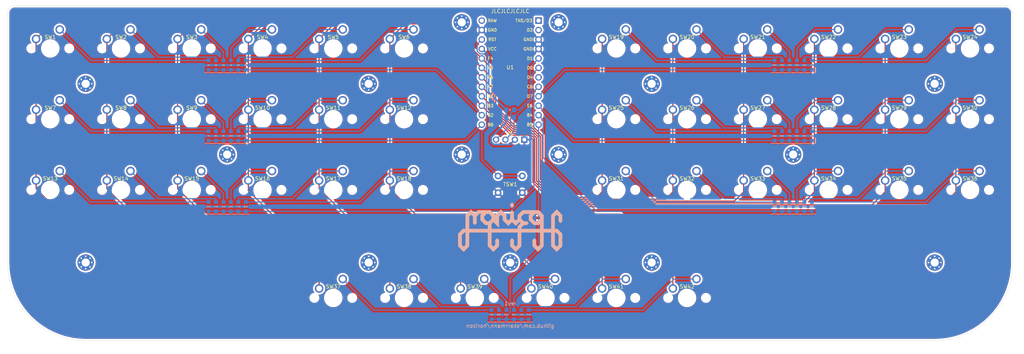
<source format=kicad_pcb>
(kicad_pcb (version 20171130) (host pcbnew "(5.1.4)-1")
  (layers (0 F.Cu signal) (31 B.Cu signal) (34 B.Paste user) (35 F.Paste user) (36 B.SilkS user) (37 F.SilkS user) (38 B.Mask user) (39 F.Mask user) (44 Edge.Cuts user))
  (net 0 "")
  (net 1 "Net-(D1-Pad2)")
  (net 2 ROW1)
  (net 3 "Net-(D2-Pad2)")
  (net 4 "Net-(D3-Pad2)")
  (net 5 "Net-(D4-Pad2)")
  (net 6 "Net-(D5-Pad2)")
  (net 7 "Net-(D6-Pad2)")
  (net 8 "Net-(D7-Pad2)")
  (net 9 ROW2)
  (net 10 "Net-(D8-Pad2)")
  (net 11 "Net-(D9-Pad2)")
  (net 12 "Net-(D10-Pad2)")
  (net 13 "Net-(D11-Pad2)")
  (net 14 "Net-(D12-Pad2)")
  (net 15 "Net-(D13-Pad2)")
  (net 16 ROW3)
  (net 17 "Net-(D14-Pad2)")
  (net 18 "Net-(D15-Pad2)")
  (net 19 "Net-(D16-Pad2)")
  (net 20 "Net-(D17-Pad2)")
  (net 21 "Net-(D18-Pad2)")
  (net 22 "Net-(D19-Pad2)")
  (net 23 ROW4)
  (net 24 "Net-(D20-Pad2)")
  (net 25 "Net-(D21-Pad2)")
  (net 26 "Net-(D22-Pad2)")
  (net 27 "Net-(D23-Pad2)")
  (net 28 "Net-(D24-Pad2)")
  (net 29 "Net-(D25-Pad2)")
  (net 30 ROW5)
  (net 31 "Net-(D26-Pad2)")
  (net 32 "Net-(D27-Pad2)")
  (net 33 "Net-(D28-Pad2)")
  (net 34 "Net-(D29-Pad2)")
  (net 35 "Net-(D30-Pad2)")
  (net 36 "Net-(D31-Pad2)")
  (net 37 ROW6)
  (net 38 "Net-(D32-Pad2)")
  (net 39 "Net-(D33-Pad2)")
  (net 40 "Net-(D34-Pad2)")
  (net 41 "Net-(D35-Pad2)")
  (net 42 "Net-(D36-Pad2)")
  (net 43 "Net-(D37-Pad2)")
  (net 44 ROW7)
  (net 45 "Net-(D38-Pad2)")
  (net 46 "Net-(D39-Pad2)")
  (net 47 "Net-(D40-Pad2)")
  (net 48 "Net-(D41-Pad2)")
  (net 49 "Net-(D42-Pad2)")
  (net 50 GND)
  (net 51 COL1)
  (net 52 COL2)
  (net 53 COL3)
  (net 54 COL4)
  (net 55 COL5)
  (net 56 COL6)
  (net 57 "Net-(H1-Pad1)")
  (net 58 "Net-(H2-Pad1)")
  (net 59 "Net-(H3-Pad1)")
  (net 60 "Net-(H4-Pad1)")
  (net 61 "Net-(H5-Pad1)")
  (net 62 "Net-(TSW1-Pad1)")
  (net 63 VCC)
  (net 64 SCL)
  (net 65 SDA)
  (net 66 "Net-(H6-Pad1)")
  (net 67 "Net-(H7-Pad1)")
  (net 68 "Net-(H8-Pad1)")
  (net 69 "Net-(H9-Pad1)")
  (net 70 "Net-(H10-Pad1)")
  (net 71 "Net-(H11-Pad1)")
  (net 72 "Net-(H12-Pad1)")
  (net 73 "Net-(H13-Pad1)")
  (net 74 "Net-(H14-Pad1)")
  (net 75 "Net-(H15-Pad1)")
  (module horizon-footprints:Pro-Micro (layer F.Cu) (at 209 93)
    (fp_text reference U1 (at 0 16.6) (layer F.SilkS))
    (fp_text value PRO-MICRO)
    (fp_text user RST (at -4.779 9.11) (layer F.SilkS) (effects (font (size 0.8 0.8))))
    (fp_text user TX0/D3 (at 3.668128 4.03) (layer F.SilkS) (effects (font (size 0.8 0.8))))
    (fp_text user D2 (at 5.24 6.57) (layer F.SilkS) (effects (font (size 0.8 0.8))))
    (fp_text user D0 (at 5.279 16.73) (layer F.SilkS) (effects (font (size 0.8 0.8))))
    (fp_text user D1 (at 5.279 14.19) (layer F.SilkS) (effects (font (size 0.8 0.8))))
    (fp_text user GND (at 4.779 11.65) (layer F.SilkS) (effects (font (size 0.8 0.8))))
    (fp_text user GND (at 4.779 9.11) (layer F.SilkS) (effects (font (size 0.8 0.8))))
    (fp_text user D4 (at 5.279 19.27) (layer F.SilkS) (effects (font (size 0.8 0.8))))
    (fp_text user C6 (at 5.279 21.81) (layer F.SilkS) (effects (font (size 0.8 0.8))))
    (fp_text user D7 (at 5.279 24.35) (layer F.SilkS) (effects (font (size 0.8 0.8))))
    (fp_text user E6 (at 5.279 26.89) (layer F.SilkS) (effects (font (size 0.8 0.8))))
    (fp_text user B4 (at 5.24 29.43) (layer F.SilkS) (effects (font (size 0.8 0.8))))
    (fp_text user B5 (at 5.24 31.97) (layer F.SilkS) (effects (font (size 0.8 0.8))))
    (fp_text user B6 (at -5.279 31.97) (layer F.SilkS) (effects (font (size 0.8 0.8))))
    (fp_text user B3 (at -5.279 26.89) (layer F.SilkS) (effects (font (size 0.8 0.8))))
    (fp_text user B1 (at -5.279 24.35) (layer F.SilkS) (effects (font (size 0.8 0.8))))
    (fp_text user F4 (at -5.279 14.19) (layer F.SilkS) (effects (font (size 0.8 0.8))))
    (fp_text user VCC (at -4.779 11.65) (layer F.SilkS) (effects (font (size 0.8 0.8))))
    (fp_text user GND (at -4.779 6.57) (layer F.SilkS) (effects (font (size 0.8 0.8))))
    (fp_text user RAW (at -4.779 4.03) (layer F.SilkS) (effects (font (size 0.8 0.8))))
    (fp_text user F5 (at -5.279 16.73) (layer F.SilkS) (effects (font (size 0.8 0.8))))
    (fp_text user F6 (at -5.279 19.27) (layer F.SilkS) (effects (font (size 0.8 0.8))))
    (fp_text user F7 (at -5.279 21.81) (layer F.SilkS) (effects (font (size 0.8 0.8))))
    (fp_text user B2 (at -5.279 29.43) (layer F.SilkS) (effects (font (size 0.8 0.8))))
    (pad 24 thru_hole circle (at -7.62 4.03 270) (size 1.7526 1.7526) (drill 1.0922) (layers *.Cu *.Mask))
    (pad 12 thru_hole circle (at 7.62 31.97 270) (size 1.7526 1.7526) (drill 1.0922) (layers *.Cu *.Mask) (net 44 ROW7))
    (pad 23 thru_hole circle (at -7.62 6.57 270) (size 1.7526 1.7526) (drill 1.0922) (layers *.Cu *.Mask) (net 50 GND))
    (pad 22 thru_hole circle (at -7.62 9.11 270) (size 1.7526 1.7526) (drill 1.0922) (layers *.Cu *.Mask) (net 62 "Net-(TSW1-Pad1)"))
    (pad 21 thru_hole circle (at -7.62 11.65 270) (size 1.7526 1.7526) (drill 1.0922) (layers *.Cu *.Mask) (net 63 VCC))
    (pad 20 thru_hole circle (at -7.62 14.19 270) (size 1.7526 1.7526) (drill 1.0922) (layers *.Cu *.Mask) (net 51 COL1))
    (pad 19 thru_hole circle (at -7.62 16.73 270) (size 1.7526 1.7526) (drill 1.0922) (layers *.Cu *.Mask) (net 52 COL2))
    (pad 18 thru_hole circle (at -7.62 19.27 270) (size 1.7526 1.7526) (drill 1.0922) (layers *.Cu *.Mask) (net 53 COL3))
    (pad 17 thru_hole circle (at -7.62 21.81 270) (size 1.7526 1.7526) (drill 1.0922) (layers *.Cu *.Mask) (net 54 COL4))
    (pad 16 thru_hole circle (at -7.62 24.35 270) (size 1.7526 1.7526) (drill 1.0922) (layers *.Cu *.Mask) (net 55 COL5))
    (pad 15 thru_hole circle (at -7.62 26.89 270) (size 1.7526 1.7526) (drill 1.0922) (layers *.Cu *.Mask) (net 56 COL6))
    (pad 14 thru_hole circle (at -7.62 29.43 270) (size 1.7526 1.7526) (drill 1.0922) (layers *.Cu *.Mask) (net 2 ROW1))
    (pad 13 thru_hole circle (at -7.62 31.97 270) (size 1.7526 1.7526) (drill 1.0922) (layers *.Cu *.Mask) (net 9 ROW2))
    (pad 11 thru_hole circle (at 7.62 29.43 270) (size 1.7526 1.7526) (drill 1.0922) (layers *.Cu *.Mask) (net 37 ROW6))
    (pad 10 thru_hole circle (at 7.62 26.89 270) (size 1.7526 1.7526) (drill 1.0922) (layers *.Cu *.Mask) (net 30 ROW5))
    (pad 9 thru_hole circle (at 7.62 24.35 270) (size 1.7526 1.7526) (drill 1.0922) (layers *.Cu *.Mask) (net 23 ROW4))
    (pad 8 thru_hole circle (at 7.62 21.81 270) (size 1.7526 1.7526) (drill 1.0922) (layers *.Cu *.Mask) (net 16 ROW3))
    (pad 7 thru_hole circle (at 7.62 19.27 270) (size 1.7526 1.7526) (drill 1.0922) (layers *.Cu *.Mask))
    (pad 6 thru_hole circle (at 7.62 16.73 270) (size 1.7526 1.7526) (drill 1.0922) (layers *.Cu *.Mask) (net 64 SCL))
    (pad 5 thru_hole circle (at 7.62 14.19 270) (size 1.7526 1.7526) (drill 1.0922) (layers *.Cu *.Mask) (net 65 SDA))
    (pad 4 thru_hole circle (at 7.62 11.65 270) (size 1.7526 1.7526) (drill 1.0922) (layers *.Cu *.Mask) (net 50 GND))
    (pad 3 thru_hole circle (at 7.62 9.11 270) (size 1.7526 1.7526) (drill 1.0922) (layers *.Cu *.Mask) (net 50 GND))
    (pad 2 thru_hole circle (at 7.62 6.57 270) (size 1.7526 1.7526) (drill 1.0922) (layers *.Cu *.Mask))
    (pad 1 thru_hole rect (at 7.62 4.03 270) (size 1.7526 1.7526) (drill 1.0922) (layers *.Cu *.Mask))
  )
  (module horizon-footprints:Logo_Horizon (layer B.Cu) (at 209 152.5 180)
    (fp_text reference LOGO1 hide)
    (fp_text value Logo hide)
  )
  (module horizon-footprints:Header_THT_1x04_2.54mm (layer F.Cu) (at 209 129 180)
    (fp_text reference J1 (at 0 1.6) (layer F.SilkS))
    (fp_text value OLED)
    (pad 4 thru_hole oval (at 3.81 0 270) (size 1.7 1.7) (drill 1) (layers *.Cu *.Mask) (net 65 SDA))
    (pad 3 thru_hole oval (at 1.27 0 270) (size 1.7 1.7) (drill 1) (layers *.Cu *.Mask) (net 64 SCL))
    (pad 2 thru_hole oval (at -1.27 0 270) (size 1.7 1.7) (drill 1) (layers *.Cu *.Mask) (net 63 VCC))
    (pad 1 thru_hole rect (at -3.81 0 270) (size 1.7 1.7) (drill 1) (layers *.Cu *.Mask) (net 50 GND))
  )
  (module horizon-footprints:MountingHole_M2 (layer F.Cu) (at 209 162)
    (fp_text reference H8 hide)
    (fp_text value Hole_Pad)
    (pad 1 thru_hole circle (at 1.166726 -1.166726) (size 0.7 0.7) (drill 0.4) (layers *.Cu *.Mask) (net 68 "Net-(H8-Pad1)"))
    (pad 1 thru_hole circle (at 0 -1.65) (size 0.7 0.7) (drill 0.4) (layers *.Cu *.Mask) (net 68 "Net-(H8-Pad1)"))
    (pad 1 thru_hole circle (at -1.166726 -1.166726) (size 0.7 0.7) (drill 0.4) (layers *.Cu *.Mask) (net 68 "Net-(H8-Pad1)"))
    (pad 1 thru_hole circle (at -1.65 0) (size 0.7 0.7) (drill 0.4) (layers *.Cu *.Mask) (net 68 "Net-(H8-Pad1)"))
    (pad 1 thru_hole circle (at -1.166726 1.166726) (size 0.7 0.7) (drill 0.4) (layers *.Cu *.Mask) (net 68 "Net-(H8-Pad1)"))
    (pad 1 thru_hole circle (at 0 1.65) (size 0.7 0.7) (drill 0.4) (layers *.Cu *.Mask) (net 68 "Net-(H8-Pad1)"))
    (pad 1 thru_hole circle (at 1.166726 1.166726) (size 0.7 0.7) (drill 0.4) (layers *.Cu *.Mask) (net 68 "Net-(H8-Pad1)"))
    (pad 1 thru_hole circle (at 1.65 0) (size 0.7 0.7) (drill 0.4) (layers *.Cu *.Mask) (net 68 "Net-(H8-Pad1)"))
    (pad 1 thru_hole circle (at 0 0) (size 4.4 4.4) (drill 2.2) (layers *.Cu *.Mask) (net 68 "Net-(H8-Pad1)"))
  )
  (module horizon-footprints:MountingHole_M2 (layer F.Cu) (at 247 162)
    (fp_text reference H12 hide)
    (fp_text value Hole_Pad)
    (pad 1 thru_hole circle (at 1.166726 -1.166726) (size 0.7 0.7) (drill 0.4) (layers *.Cu *.Mask) (net 72 "Net-(H12-Pad1)"))
    (pad 1 thru_hole circle (at 0 -1.65) (size 0.7 0.7) (drill 0.4) (layers *.Cu *.Mask) (net 72 "Net-(H12-Pad1)"))
    (pad 1 thru_hole circle (at -1.166726 -1.166726) (size 0.7 0.7) (drill 0.4) (layers *.Cu *.Mask) (net 72 "Net-(H12-Pad1)"))
    (pad 1 thru_hole circle (at -1.65 0) (size 0.7 0.7) (drill 0.4) (layers *.Cu *.Mask) (net 72 "Net-(H12-Pad1)"))
    (pad 1 thru_hole circle (at -1.166726 1.166726) (size 0.7 0.7) (drill 0.4) (layers *.Cu *.Mask) (net 72 "Net-(H12-Pad1)"))
    (pad 1 thru_hole circle (at 0 1.65) (size 0.7 0.7) (drill 0.4) (layers *.Cu *.Mask) (net 72 "Net-(H12-Pad1)"))
    (pad 1 thru_hole circle (at 1.166726 1.166726) (size 0.7 0.7) (drill 0.4) (layers *.Cu *.Mask) (net 72 "Net-(H12-Pad1)"))
    (pad 1 thru_hole circle (at 1.65 0) (size 0.7 0.7) (drill 0.4) (layers *.Cu *.Mask) (net 72 "Net-(H12-Pad1)"))
    (pad 1 thru_hole circle (at 0 0) (size 4.4 4.4) (drill 2.2) (layers *.Cu *.Mask) (net 72 "Net-(H12-Pad1)"))
  )
  (module horizon-footprints:MountingHole_M2 (layer F.Cu) (at 171 114)
    (fp_text reference H4 hide)
    (fp_text value Hole_Pad)
    (pad 1 thru_hole circle (at 1.166726 -1.166726) (size 0.7 0.7) (drill 0.4) (layers *.Cu *.Mask) (net 60 "Net-(H4-Pad1)"))
    (pad 1 thru_hole circle (at 0 -1.65) (size 0.7 0.7) (drill 0.4) (layers *.Cu *.Mask) (net 60 "Net-(H4-Pad1)"))
    (pad 1 thru_hole circle (at -1.166726 -1.166726) (size 0.7 0.7) (drill 0.4) (layers *.Cu *.Mask) (net 60 "Net-(H4-Pad1)"))
    (pad 1 thru_hole circle (at -1.65 0) (size 0.7 0.7) (drill 0.4) (layers *.Cu *.Mask) (net 60 "Net-(H4-Pad1)"))
    (pad 1 thru_hole circle (at -1.166726 1.166726) (size 0.7 0.7) (drill 0.4) (layers *.Cu *.Mask) (net 60 "Net-(H4-Pad1)"))
    (pad 1 thru_hole circle (at 0 1.65) (size 0.7 0.7) (drill 0.4) (layers *.Cu *.Mask) (net 60 "Net-(H4-Pad1)"))
    (pad 1 thru_hole circle (at 1.166726 1.166726) (size 0.7 0.7) (drill 0.4) (layers *.Cu *.Mask) (net 60 "Net-(H4-Pad1)"))
    (pad 1 thru_hole circle (at 1.65 0) (size 0.7 0.7) (drill 0.4) (layers *.Cu *.Mask) (net 60 "Net-(H4-Pad1)"))
    (pad 1 thru_hole circle (at 0 0) (size 4.4 4.4) (drill 2.2) (layers *.Cu *.Mask) (net 60 "Net-(H4-Pad1)"))
  )
  (module horizon-footprints:MountingHole_M2 (layer F.Cu) (at 171 162)
    (fp_text reference H5 hide)
    (fp_text value Hole_Pad)
    (pad 1 thru_hole circle (at 1.166726 -1.166726) (size 0.7 0.7) (drill 0.4) (layers *.Cu *.Mask) (net 61 "Net-(H5-Pad1)"))
    (pad 1 thru_hole circle (at 0 -1.65) (size 0.7 0.7) (drill 0.4) (layers *.Cu *.Mask) (net 61 "Net-(H5-Pad1)"))
    (pad 1 thru_hole circle (at -1.166726 -1.166726) (size 0.7 0.7) (drill 0.4) (layers *.Cu *.Mask) (net 61 "Net-(H5-Pad1)"))
    (pad 1 thru_hole circle (at -1.65 0) (size 0.7 0.7) (drill 0.4) (layers *.Cu *.Mask) (net 61 "Net-(H5-Pad1)"))
    (pad 1 thru_hole circle (at -1.166726 1.166726) (size 0.7 0.7) (drill 0.4) (layers *.Cu *.Mask) (net 61 "Net-(H5-Pad1)"))
    (pad 1 thru_hole circle (at 0 1.65) (size 0.7 0.7) (drill 0.4) (layers *.Cu *.Mask) (net 61 "Net-(H5-Pad1)"))
    (pad 1 thru_hole circle (at 1.166726 1.166726) (size 0.7 0.7) (drill 0.4) (layers *.Cu *.Mask) (net 61 "Net-(H5-Pad1)"))
    (pad 1 thru_hole circle (at 1.65 0) (size 0.7 0.7) (drill 0.4) (layers *.Cu *.Mask) (net 61 "Net-(H5-Pad1)"))
    (pad 1 thru_hole circle (at 0 0) (size 4.4 4.4) (drill 2.2) (layers *.Cu *.Mask) (net 61 "Net-(H5-Pad1)"))
  )
  (module horizon-footprints:MountingHole_M2 (layer F.Cu) (at 285 133)
    (fp_text reference H13 hide)
    (fp_text value Hole_Pad)
    (pad 1 thru_hole circle (at 1.166726 -1.166726) (size 0.7 0.7) (drill 0.4) (layers *.Cu *.Mask) (net 73 "Net-(H13-Pad1)"))
    (pad 1 thru_hole circle (at 0 -1.65) (size 0.7 0.7) (drill 0.4) (layers *.Cu *.Mask) (net 73 "Net-(H13-Pad1)"))
    (pad 1 thru_hole circle (at -1.166726 -1.166726) (size 0.7 0.7) (drill 0.4) (layers *.Cu *.Mask) (net 73 "Net-(H13-Pad1)"))
    (pad 1 thru_hole circle (at -1.65 0) (size 0.7 0.7) (drill 0.4) (layers *.Cu *.Mask) (net 73 "Net-(H13-Pad1)"))
    (pad 1 thru_hole circle (at -1.166726 1.166726) (size 0.7 0.7) (drill 0.4) (layers *.Cu *.Mask) (net 73 "Net-(H13-Pad1)"))
    (pad 1 thru_hole circle (at 0 1.65) (size 0.7 0.7) (drill 0.4) (layers *.Cu *.Mask) (net 73 "Net-(H13-Pad1)"))
    (pad 1 thru_hole circle (at 1.166726 1.166726) (size 0.7 0.7) (drill 0.4) (layers *.Cu *.Mask) (net 73 "Net-(H13-Pad1)"))
    (pad 1 thru_hole circle (at 1.65 0) (size 0.7 0.7) (drill 0.4) (layers *.Cu *.Mask) (net 73 "Net-(H13-Pad1)"))
    (pad 1 thru_hole circle (at 0 0) (size 4.4 4.4) (drill 2.2) (layers *.Cu *.Mask) (net 73 "Net-(H13-Pad1)"))
  )
  (module horizon-footprints:MountingHole_M2 (layer F.Cu) (at 323 162)
    (fp_text reference H15 hide)
    (fp_text value Hole_Pad)
    (pad 1 thru_hole circle (at 1.166726 -1.166726) (size 0.7 0.7) (drill 0.4) (layers *.Cu *.Mask) (net 75 "Net-(H15-Pad1)"))
    (pad 1 thru_hole circle (at 0 -1.65) (size 0.7 0.7) (drill 0.4) (layers *.Cu *.Mask) (net 75 "Net-(H15-Pad1)"))
    (pad 1 thru_hole circle (at -1.166726 -1.166726) (size 0.7 0.7) (drill 0.4) (layers *.Cu *.Mask) (net 75 "Net-(H15-Pad1)"))
    (pad 1 thru_hole circle (at -1.65 0) (size 0.7 0.7) (drill 0.4) (layers *.Cu *.Mask) (net 75 "Net-(H15-Pad1)"))
    (pad 1 thru_hole circle (at -1.166726 1.166726) (size 0.7 0.7) (drill 0.4) (layers *.Cu *.Mask) (net 75 "Net-(H15-Pad1)"))
    (pad 1 thru_hole circle (at 0 1.65) (size 0.7 0.7) (drill 0.4) (layers *.Cu *.Mask) (net 75 "Net-(H15-Pad1)"))
    (pad 1 thru_hole circle (at 1.166726 1.166726) (size 0.7 0.7) (drill 0.4) (layers *.Cu *.Mask) (net 75 "Net-(H15-Pad1)"))
    (pad 1 thru_hole circle (at 1.65 0) (size 0.7 0.7) (drill 0.4) (layers *.Cu *.Mask) (net 75 "Net-(H15-Pad1)"))
    (pad 1 thru_hole circle (at 0 0) (size 4.4 4.4) (drill 2.2) (layers *.Cu *.Mask) (net 75 "Net-(H15-Pad1)"))
  )
  (module horizon-footprints:SW_PUSH_6mm (layer F.Cu) (at 209 141)
    (fp_text reference TSW1 (at 0 0) (layer F.SilkS))
    (fp_text value RESET)
    (pad 1 thru_hole circle (at 3.25 -2.25 90) (size 1.8 1.8) (drill 1) (layers *.Cu *.Mask) (net 62 "Net-(TSW1-Pad1)"))
    (pad 2 thru_hole circle (at 3.25 2.25 90) (size 1.8 1.8) (drill 1) (layers *.Cu *.Mask) (net 50 GND))
    (pad 1 thru_hole circle (at -3.25 -2.25 90) (size 1.8 1.8) (drill 1) (layers *.Cu *.Mask) (net 62 "Net-(TSW1-Pad1)"))
    (pad 2 thru_hole circle (at -3.25 2.25 90) (size 1.8 1.8) (drill 1) (layers *.Cu *.Mask) (net 50 GND))
  )
  (module horizon-footprints:R_0805 (layer B.Cu) (at 209 123)
    (fp_text reference R1 (at 0 0 -270) (layer B.SilkS) (effects (font (size 0.375 0.375) (thickness 0.075)) (justify mirror)))
    (fp_text value R)
    (pad 2 smd roundrect (at 1.025 0) (size 1.15 1.4) (layers B.Cu B.Paste B.Mask) (roundrect_rratio 0.217391) (net 64 SCL))
    (pad 1 smd roundrect (at -1.025 0) (size 1.15 1.4) (layers B.Cu B.Paste B.Mask) (roundrect_rratio 0.217391) (net 63 VCC))
  )
  (module horizon-footprints:R_0805 (layer B.Cu) (at 209 121)
    (fp_text reference R2 (at 0 0 -270) (layer B.SilkS) (effects (font (size 0.375 0.375) (thickness 0.075)) (justify mirror)))
    (fp_text value R)
    (pad 2 smd roundrect (at 1.025 0) (size 1.15 1.4) (layers B.Cu B.Paste B.Mask) (roundrect_rratio 0.217391) (net 65 SDA))
    (pad 1 smd roundrect (at -1.025 0) (size 1.15 1.4) (layers B.Cu B.Paste B.Mask) (roundrect_rratio 0.217391) (net 63 VCC))
  )
  (module horizon-footprints:MountingHole_M2 (layer F.Cu) (at 222 133)
    (fp_text reference H10 hide)
    (fp_text value Hole_Pad)
    (pad 1 thru_hole circle (at 1.166726 -1.166726) (size 0.7 0.7) (drill 0.4) (layers *.Cu *.Mask) (net 70 "Net-(H10-Pad1)"))
    (pad 1 thru_hole circle (at 0 -1.65) (size 0.7 0.7) (drill 0.4) (layers *.Cu *.Mask) (net 70 "Net-(H10-Pad1)"))
    (pad 1 thru_hole circle (at -1.166726 -1.166726) (size 0.7 0.7) (drill 0.4) (layers *.Cu *.Mask) (net 70 "Net-(H10-Pad1)"))
    (pad 1 thru_hole circle (at -1.65 0) (size 0.7 0.7) (drill 0.4) (layers *.Cu *.Mask) (net 70 "Net-(H10-Pad1)"))
    (pad 1 thru_hole circle (at -1.166726 1.166726) (size 0.7 0.7) (drill 0.4) (layers *.Cu *.Mask) (net 70 "Net-(H10-Pad1)"))
    (pad 1 thru_hole circle (at 0 1.65) (size 0.7 0.7) (drill 0.4) (layers *.Cu *.Mask) (net 70 "Net-(H10-Pad1)"))
    (pad 1 thru_hole circle (at 1.166726 1.166726) (size 0.7 0.7) (drill 0.4) (layers *.Cu *.Mask) (net 70 "Net-(H10-Pad1)"))
    (pad 1 thru_hole circle (at 1.65 0) (size 0.7 0.7) (drill 0.4) (layers *.Cu *.Mask) (net 70 "Net-(H10-Pad1)"))
    (pad 1 thru_hole circle (at 0 0) (size 4.4 4.4) (drill 2.2) (layers *.Cu *.Mask) (net 70 "Net-(H10-Pad1)"))
  )
  (module horizon-footprints:MountingHole_M2 (layer F.Cu) (at 222 97.5)
    (fp_text reference H9 hide)
    (fp_text value Hole_Pad)
    (pad 1 thru_hole circle (at 1.166726 -1.166726) (size 0.7 0.7) (drill 0.4) (layers *.Cu *.Mask) (net 69 "Net-(H9-Pad1)"))
    (pad 1 thru_hole circle (at 0 -1.65) (size 0.7 0.7) (drill 0.4) (layers *.Cu *.Mask) (net 69 "Net-(H9-Pad1)"))
    (pad 1 thru_hole circle (at -1.166726 -1.166726) (size 0.7 0.7) (drill 0.4) (layers *.Cu *.Mask) (net 69 "Net-(H9-Pad1)"))
    (pad 1 thru_hole circle (at -1.65 0) (size 0.7 0.7) (drill 0.4) (layers *.Cu *.Mask) (net 69 "Net-(H9-Pad1)"))
    (pad 1 thru_hole circle (at -1.166726 1.166726) (size 0.7 0.7) (drill 0.4) (layers *.Cu *.Mask) (net 69 "Net-(H9-Pad1)"))
    (pad 1 thru_hole circle (at 0 1.65) (size 0.7 0.7) (drill 0.4) (layers *.Cu *.Mask) (net 69 "Net-(H9-Pad1)"))
    (pad 1 thru_hole circle (at 1.166726 1.166726) (size 0.7 0.7) (drill 0.4) (layers *.Cu *.Mask) (net 69 "Net-(H9-Pad1)"))
    (pad 1 thru_hole circle (at 1.65 0) (size 0.7 0.7) (drill 0.4) (layers *.Cu *.Mask) (net 69 "Net-(H9-Pad1)"))
    (pad 1 thru_hole circle (at 0 0) (size 4.4 4.4) (drill 2.2) (layers *.Cu *.Mask) (net 69 "Net-(H9-Pad1)"))
  )
  (module horizon-footprints:MountingHole_M2 (layer F.Cu) (at 196 133)
    (fp_text reference H7 hide)
    (fp_text value Hole_Pad)
    (pad 1 thru_hole circle (at 1.166726 -1.166726) (size 0.7 0.7) (drill 0.4) (layers *.Cu *.Mask) (net 67 "Net-(H7-Pad1)"))
    (pad 1 thru_hole circle (at 0 -1.65) (size 0.7 0.7) (drill 0.4) (layers *.Cu *.Mask) (net 67 "Net-(H7-Pad1)"))
    (pad 1 thru_hole circle (at -1.166726 -1.166726) (size 0.7 0.7) (drill 0.4) (layers *.Cu *.Mask) (net 67 "Net-(H7-Pad1)"))
    (pad 1 thru_hole circle (at -1.65 0) (size 0.7 0.7) (drill 0.4) (layers *.Cu *.Mask) (net 67 "Net-(H7-Pad1)"))
    (pad 1 thru_hole circle (at -1.166726 1.166726) (size 0.7 0.7) (drill 0.4) (layers *.Cu *.Mask) (net 67 "Net-(H7-Pad1)"))
    (pad 1 thru_hole circle (at 0 1.65) (size 0.7 0.7) (drill 0.4) (layers *.Cu *.Mask) (net 67 "Net-(H7-Pad1)"))
    (pad 1 thru_hole circle (at 1.166726 1.166726) (size 0.7 0.7) (drill 0.4) (layers *.Cu *.Mask) (net 67 "Net-(H7-Pad1)"))
    (pad 1 thru_hole circle (at 1.65 0) (size 0.7 0.7) (drill 0.4) (layers *.Cu *.Mask) (net 67 "Net-(H7-Pad1)"))
    (pad 1 thru_hole circle (at 0 0) (size 4.4 4.4) (drill 2.2) (layers *.Cu *.Mask) (net 67 "Net-(H7-Pad1)"))
  )
  (module horizon-footprints:MountingHole_M2 (layer F.Cu) (at 196 97.5)
    (fp_text reference H6 hide)
    (fp_text value Hole_Pad)
    (pad 1 thru_hole circle (at 1.166726 -1.166726) (size 0.7 0.7) (drill 0.4) (layers *.Cu *.Mask) (net 66 "Net-(H6-Pad1)"))
    (pad 1 thru_hole circle (at 0 -1.65) (size 0.7 0.7) (drill 0.4) (layers *.Cu *.Mask) (net 66 "Net-(H6-Pad1)"))
    (pad 1 thru_hole circle (at -1.166726 -1.166726) (size 0.7 0.7) (drill 0.4) (layers *.Cu *.Mask) (net 66 "Net-(H6-Pad1)"))
    (pad 1 thru_hole circle (at -1.65 0) (size 0.7 0.7) (drill 0.4) (layers *.Cu *.Mask) (net 66 "Net-(H6-Pad1)"))
    (pad 1 thru_hole circle (at -1.166726 1.166726) (size 0.7 0.7) (drill 0.4) (layers *.Cu *.Mask) (net 66 "Net-(H6-Pad1)"))
    (pad 1 thru_hole circle (at 0 1.65) (size 0.7 0.7) (drill 0.4) (layers *.Cu *.Mask) (net 66 "Net-(H6-Pad1)"))
    (pad 1 thru_hole circle (at 1.166726 1.166726) (size 0.7 0.7) (drill 0.4) (layers *.Cu *.Mask) (net 66 "Net-(H6-Pad1)"))
    (pad 1 thru_hole circle (at 1.65 0) (size 0.7 0.7) (drill 0.4) (layers *.Cu *.Mask) (net 66 "Net-(H6-Pad1)"))
    (pad 1 thru_hole circle (at 0 0) (size 4.4 4.4) (drill 2.2) (layers *.Cu *.Mask) (net 66 "Net-(H6-Pad1)"))
  )
  (module horizon-footprints:MountingHole_M2 (layer F.Cu) (at 95 162)
    (fp_text reference H2 hide)
    (fp_text value Hole_Pad)
    (pad 1 thru_hole circle (at 1.166726 -1.166726) (size 0.7 0.7) (drill 0.4) (layers *.Cu *.Mask) (net 58 "Net-(H2-Pad1)"))
    (pad 1 thru_hole circle (at 0 -1.65) (size 0.7 0.7) (drill 0.4) (layers *.Cu *.Mask) (net 58 "Net-(H2-Pad1)"))
    (pad 1 thru_hole circle (at -1.166726 -1.166726) (size 0.7 0.7) (drill 0.4) (layers *.Cu *.Mask) (net 58 "Net-(H2-Pad1)"))
    (pad 1 thru_hole circle (at -1.65 0) (size 0.7 0.7) (drill 0.4) (layers *.Cu *.Mask) (net 58 "Net-(H2-Pad1)"))
    (pad 1 thru_hole circle (at -1.166726 1.166726) (size 0.7 0.7) (drill 0.4) (layers *.Cu *.Mask) (net 58 "Net-(H2-Pad1)"))
    (pad 1 thru_hole circle (at 0 1.65) (size 0.7 0.7) (drill 0.4) (layers *.Cu *.Mask) (net 58 "Net-(H2-Pad1)"))
    (pad 1 thru_hole circle (at 1.166726 1.166726) (size 0.7 0.7) (drill 0.4) (layers *.Cu *.Mask) (net 58 "Net-(H2-Pad1)"))
    (pad 1 thru_hole circle (at 1.65 0) (size 0.7 0.7) (drill 0.4) (layers *.Cu *.Mask) (net 58 "Net-(H2-Pad1)"))
    (pad 1 thru_hole circle (at 0 0) (size 4.4 4.4) (drill 2.2) (layers *.Cu *.Mask) (net 58 "Net-(H2-Pad1)"))
  )
  (module horizon-footprints:SW_MX (layer F.Cu) (at 180.5 104.5)
    (fp_text reference SW6 (at 0 -3.048) (layer F.SilkS))
    (fp_text value SW_Push)
    (pad "" np_thru_hole circle (at -5.08 0) (size 1.7018 1.7018) (drill 1.7018) (layers *.Cu *.Mask))
    (pad "" np_thru_hole circle (at 5.08 0) (size 1.7018 1.7018) (drill 1.7018) (layers *.Cu *.Mask))
    (pad 1 thru_hole circle (at -3.81 -2.54) (size 2.2986 2.2986) (drill 1.4986) (layers *.Cu *.Mask) (net 56 COL6))
    (pad "" np_thru_hole circle (at 0 0) (size 3.9878 3.9878) (drill 3.9878) (layers *.Cu *.Mask))
    (pad 2 thru_hole circle (at 2.54 -5.08) (size 2.2986 2.2986) (drill 1.4986) (layers *.Cu *.Mask) (net 7 "Net-(D6-Pad2)"))
  )
  (module horizon-footprints:SW_MX (layer F.Cu) (at 256.5 171.5)
    (fp_text reference SW42 (at 0 -3.048) (layer F.SilkS))
    (fp_text value SW_Push)
    (pad "" np_thru_hole circle (at -5.08 0) (size 1.7018 1.7018) (drill 1.7018) (layers *.Cu *.Mask))
    (pad "" np_thru_hole circle (at 5.08 0) (size 1.7018 1.7018) (drill 1.7018) (layers *.Cu *.Mask))
    (pad 1 thru_hole circle (at -3.81 -2.54) (size 2.2986 2.2986) (drill 1.4986) (layers *.Cu *.Mask) (net 56 COL6))
    (pad "" np_thru_hole circle (at 0 0) (size 3.9878 3.9878) (drill 3.9878) (layers *.Cu *.Mask))
    (pad 2 thru_hole circle (at 2.54 -5.08) (size 2.2986 2.2986) (drill 1.4986) (layers *.Cu *.Mask) (net 49 "Net-(D42-Pad2)"))
  )
  (module horizon-footprints:SW_MX (layer F.Cu) (at 237.5 171.5)
    (fp_text reference SW41 (at 0 -3.048) (layer F.SilkS))
    (fp_text value SW_Push)
    (pad "" np_thru_hole circle (at -5.08 0) (size 1.7018 1.7018) (drill 1.7018) (layers *.Cu *.Mask))
    (pad "" np_thru_hole circle (at 5.08 0) (size 1.7018 1.7018) (drill 1.7018) (layers *.Cu *.Mask))
    (pad 1 thru_hole circle (at -3.81 -2.54) (size 2.2986 2.2986) (drill 1.4986) (layers *.Cu *.Mask) (net 55 COL5))
    (pad "" np_thru_hole circle (at 0 0) (size 3.9878 3.9878) (drill 3.9878) (layers *.Cu *.Mask))
    (pad 2 thru_hole circle (at 2.54 -5.08) (size 2.2986 2.2986) (drill 1.4986) (layers *.Cu *.Mask) (net 48 "Net-(D41-Pad2)"))
  )
  (module horizon-footprints:SW_MX (layer F.Cu) (at 218.5 171.5)
    (fp_text reference SW40 (at 0 -3.048) (layer F.SilkS))
    (fp_text value SW_Push)
    (pad "" np_thru_hole circle (at -5.08 0) (size 1.7018 1.7018) (drill 1.7018) (layers *.Cu *.Mask))
    (pad "" np_thru_hole circle (at 5.08 0) (size 1.7018 1.7018) (drill 1.7018) (layers *.Cu *.Mask))
    (pad 1 thru_hole circle (at -3.81 -2.54) (size 2.2986 2.2986) (drill 1.4986) (layers *.Cu *.Mask) (net 54 COL4))
    (pad "" np_thru_hole circle (at 0 0) (size 3.9878 3.9878) (drill 3.9878) (layers *.Cu *.Mask))
    (pad 2 thru_hole circle (at 2.54 -5.08) (size 2.2986 2.2986) (drill 1.4986) (layers *.Cu *.Mask) (net 47 "Net-(D40-Pad2)"))
  )
  (module horizon-footprints:SW_MX (layer F.Cu) (at 199.5 171.5)
    (fp_text reference SW39 (at 0 -3.048) (layer F.SilkS))
    (fp_text value SW_Push)
    (pad "" np_thru_hole circle (at -5.08 0) (size 1.7018 1.7018) (drill 1.7018) (layers *.Cu *.Mask))
    (pad "" np_thru_hole circle (at 5.08 0) (size 1.7018 1.7018) (drill 1.7018) (layers *.Cu *.Mask))
    (pad 1 thru_hole circle (at -3.81 -2.54) (size 2.2986 2.2986) (drill 1.4986) (layers *.Cu *.Mask) (net 53 COL3))
    (pad "" np_thru_hole circle (at 0 0) (size 3.9878 3.9878) (drill 3.9878) (layers *.Cu *.Mask))
    (pad 2 thru_hole circle (at 2.54 -5.08) (size 2.2986 2.2986) (drill 1.4986) (layers *.Cu *.Mask) (net 46 "Net-(D39-Pad2)"))
  )
  (module horizon-footprints:SW_MX (layer F.Cu) (at 180.5 171.5)
    (fp_text reference SW38 (at 0 -3.048) (layer F.SilkS))
    (fp_text value SW_Push)
    (pad "" np_thru_hole circle (at -5.08 0) (size 1.7018 1.7018) (drill 1.7018) (layers *.Cu *.Mask))
    (pad "" np_thru_hole circle (at 5.08 0) (size 1.7018 1.7018) (drill 1.7018) (layers *.Cu *.Mask))
    (pad 1 thru_hole circle (at -3.81 -2.54) (size 2.2986 2.2986) (drill 1.4986) (layers *.Cu *.Mask) (net 52 COL2))
    (pad "" np_thru_hole circle (at 0 0) (size 3.9878 3.9878) (drill 3.9878) (layers *.Cu *.Mask))
    (pad 2 thru_hole circle (at 2.54 -5.08) (size 2.2986 2.2986) (drill 1.4986) (layers *.Cu *.Mask) (net 45 "Net-(D38-Pad2)"))
  )
  (module horizon-footprints:SW_MX (layer F.Cu) (at 161.5 171.5)
    (fp_text reference SW37 (at 0 -3.048) (layer F.SilkS))
    (fp_text value SW_Push)
    (pad "" np_thru_hole circle (at -5.08 0) (size 1.7018 1.7018) (drill 1.7018) (layers *.Cu *.Mask))
    (pad "" np_thru_hole circle (at 5.08 0) (size 1.7018 1.7018) (drill 1.7018) (layers *.Cu *.Mask))
    (pad 1 thru_hole circle (at -3.81 -2.54) (size 2.2986 2.2986) (drill 1.4986) (layers *.Cu *.Mask) (net 51 COL1))
    (pad "" np_thru_hole circle (at 0 0) (size 3.9878 3.9878) (drill 3.9878) (layers *.Cu *.Mask))
    (pad 2 thru_hole circle (at 2.54 -5.08) (size 2.2986 2.2986) (drill 1.4986) (layers *.Cu *.Mask) (net 43 "Net-(D37-Pad2)"))
  )
  (module horizon-footprints:SW_MX (layer F.Cu) (at 332.5 142.5)
    (fp_text reference SW36 (at 0 -3.048) (layer F.SilkS))
    (fp_text value SW_Push)
    (pad "" np_thru_hole circle (at -5.08 0) (size 1.7018 1.7018) (drill 1.7018) (layers *.Cu *.Mask))
    (pad "" np_thru_hole circle (at 5.08 0) (size 1.7018 1.7018) (drill 1.7018) (layers *.Cu *.Mask))
    (pad 1 thru_hole circle (at -3.81 -2.54) (size 2.2986 2.2986) (drill 1.4986) (layers *.Cu *.Mask) (net 56 COL6))
    (pad "" np_thru_hole circle (at 0 0) (size 3.9878 3.9878) (drill 3.9878) (layers *.Cu *.Mask))
    (pad 2 thru_hole circle (at 2.54 -5.08) (size 2.2986 2.2986) (drill 1.4986) (layers *.Cu *.Mask) (net 42 "Net-(D36-Pad2)"))
  )
  (module horizon-footprints:SW_MX (layer F.Cu) (at 313.5 142.5)
    (fp_text reference SW35 (at 0 -3.048) (layer F.SilkS))
    (fp_text value SW_Push)
    (pad "" np_thru_hole circle (at -5.08 0) (size 1.7018 1.7018) (drill 1.7018) (layers *.Cu *.Mask))
    (pad "" np_thru_hole circle (at 5.08 0) (size 1.7018 1.7018) (drill 1.7018) (layers *.Cu *.Mask))
    (pad 1 thru_hole circle (at -3.81 -2.54) (size 2.2986 2.2986) (drill 1.4986) (layers *.Cu *.Mask) (net 55 COL5))
    (pad "" np_thru_hole circle (at 0 0) (size 3.9878 3.9878) (drill 3.9878) (layers *.Cu *.Mask))
    (pad 2 thru_hole circle (at 2.54 -5.08) (size 2.2986 2.2986) (drill 1.4986) (layers *.Cu *.Mask) (net 41 "Net-(D35-Pad2)"))
  )
  (module horizon-footprints:SW_MX (layer F.Cu) (at 294.5 142.5)
    (fp_text reference SW34 (at 0 -3.048) (layer F.SilkS))
    (fp_text value SW_Push)
    (pad "" np_thru_hole circle (at -5.08 0) (size 1.7018 1.7018) (drill 1.7018) (layers *.Cu *.Mask))
    (pad "" np_thru_hole circle (at 5.08 0) (size 1.7018 1.7018) (drill 1.7018) (layers *.Cu *.Mask))
    (pad 1 thru_hole circle (at -3.81 -2.54) (size 2.2986 2.2986) (drill 1.4986) (layers *.Cu *.Mask) (net 54 COL4))
    (pad "" np_thru_hole circle (at 0 0) (size 3.9878 3.9878) (drill 3.9878) (layers *.Cu *.Mask))
    (pad 2 thru_hole circle (at 2.54 -5.08) (size 2.2986 2.2986) (drill 1.4986) (layers *.Cu *.Mask) (net 40 "Net-(D34-Pad2)"))
  )
  (module horizon-footprints:SW_MX (layer F.Cu) (at 275.5 142.5)
    (fp_text reference SW33 (at 0 -3.048) (layer F.SilkS))
    (fp_text value SW_Push)
    (pad "" np_thru_hole circle (at -5.08 0) (size 1.7018 1.7018) (drill 1.7018) (layers *.Cu *.Mask))
    (pad "" np_thru_hole circle (at 5.08 0) (size 1.7018 1.7018) (drill 1.7018) (layers *.Cu *.Mask))
    (pad 1 thru_hole circle (at -3.81 -2.54) (size 2.2986 2.2986) (drill 1.4986) (layers *.Cu *.Mask) (net 53 COL3))
    (pad "" np_thru_hole circle (at 0 0) (size 3.9878 3.9878) (drill 3.9878) (layers *.Cu *.Mask))
    (pad 2 thru_hole circle (at 2.54 -5.08) (size 2.2986 2.2986) (drill 1.4986) (layers *.Cu *.Mask) (net 39 "Net-(D33-Pad2)"))
  )
  (module horizon-footprints:SW_MX (layer F.Cu) (at 256.5 142.5)
    (fp_text reference SW32 (at 0 -3.048) (layer F.SilkS))
    (fp_text value SW_Push)
    (pad "" np_thru_hole circle (at -5.08 0) (size 1.7018 1.7018) (drill 1.7018) (layers *.Cu *.Mask))
    (pad "" np_thru_hole circle (at 5.08 0) (size 1.7018 1.7018) (drill 1.7018) (layers *.Cu *.Mask))
    (pad 1 thru_hole circle (at -3.81 -2.54) (size 2.2986 2.2986) (drill 1.4986) (layers *.Cu *.Mask) (net 52 COL2))
    (pad "" np_thru_hole circle (at 0 0) (size 3.9878 3.9878) (drill 3.9878) (layers *.Cu *.Mask))
    (pad 2 thru_hole circle (at 2.54 -5.08) (size 2.2986 2.2986) (drill 1.4986) (layers *.Cu *.Mask) (net 38 "Net-(D32-Pad2)"))
  )
  (module horizon-footprints:SW_MX (layer F.Cu) (at 237.5 142.5)
    (fp_text reference SW31 (at 0 -3.048) (layer F.SilkS))
    (fp_text value SW_Push)
    (pad "" np_thru_hole circle (at -5.08 0) (size 1.7018 1.7018) (drill 1.7018) (layers *.Cu *.Mask))
    (pad "" np_thru_hole circle (at 5.08 0) (size 1.7018 1.7018) (drill 1.7018) (layers *.Cu *.Mask))
    (pad 1 thru_hole circle (at -3.81 -2.54) (size 2.2986 2.2986) (drill 1.4986) (layers *.Cu *.Mask) (net 51 COL1))
    (pad "" np_thru_hole circle (at 0 0) (size 3.9878 3.9878) (drill 3.9878) (layers *.Cu *.Mask))
    (pad 2 thru_hole circle (at 2.54 -5.08) (size 2.2986 2.2986) (drill 1.4986) (layers *.Cu *.Mask) (net 36 "Net-(D31-Pad2)"))
  )
  (module horizon-footprints:SW_MX (layer F.Cu) (at 332.5 123.5)
    (fp_text reference SW30 (at 0 -3.048) (layer F.SilkS))
    (fp_text value SW_Push)
    (pad "" np_thru_hole circle (at -5.08 0) (size 1.7018 1.7018) (drill 1.7018) (layers *.Cu *.Mask))
    (pad "" np_thru_hole circle (at 5.08 0) (size 1.7018 1.7018) (drill 1.7018) (layers *.Cu *.Mask))
    (pad 1 thru_hole circle (at -3.81 -2.54) (size 2.2986 2.2986) (drill 1.4986) (layers *.Cu *.Mask) (net 56 COL6))
    (pad "" np_thru_hole circle (at 0 0) (size 3.9878 3.9878) (drill 3.9878) (layers *.Cu *.Mask))
    (pad 2 thru_hole circle (at 2.54 -5.08) (size 2.2986 2.2986) (drill 1.4986) (layers *.Cu *.Mask) (net 35 "Net-(D30-Pad2)"))
  )
  (module horizon-footprints:SW_MX (layer F.Cu) (at 313.5 123.5)
    (fp_text reference SW29 (at 0 -3.048) (layer F.SilkS))
    (fp_text value SW_Push)
    (pad "" np_thru_hole circle (at -5.08 0) (size 1.7018 1.7018) (drill 1.7018) (layers *.Cu *.Mask))
    (pad "" np_thru_hole circle (at 5.08 0) (size 1.7018 1.7018) (drill 1.7018) (layers *.Cu *.Mask))
    (pad 1 thru_hole circle (at -3.81 -2.54) (size 2.2986 2.2986) (drill 1.4986) (layers *.Cu *.Mask) (net 55 COL5))
    (pad "" np_thru_hole circle (at 0 0) (size 3.9878 3.9878) (drill 3.9878) (layers *.Cu *.Mask))
    (pad 2 thru_hole circle (at 2.54 -5.08) (size 2.2986 2.2986) (drill 1.4986) (layers *.Cu *.Mask) (net 34 "Net-(D29-Pad2)"))
  )
  (module horizon-footprints:SW_MX (layer F.Cu) (at 294.5 123.5)
    (fp_text reference SW28 (at 0 -3.048) (layer F.SilkS))
    (fp_text value SW_Push)
    (pad "" np_thru_hole circle (at -5.08 0) (size 1.7018 1.7018) (drill 1.7018) (layers *.Cu *.Mask))
    (pad "" np_thru_hole circle (at 5.08 0) (size 1.7018 1.7018) (drill 1.7018) (layers *.Cu *.Mask))
    (pad 1 thru_hole circle (at -3.81 -2.54) (size 2.2986 2.2986) (drill 1.4986) (layers *.Cu *.Mask) (net 54 COL4))
    (pad "" np_thru_hole circle (at 0 0) (size 3.9878 3.9878) (drill 3.9878) (layers *.Cu *.Mask))
    (pad 2 thru_hole circle (at 2.54 -5.08) (size 2.2986 2.2986) (drill 1.4986) (layers *.Cu *.Mask) (net 33 "Net-(D28-Pad2)"))
  )
  (module horizon-footprints:SW_MX (layer F.Cu) (at 275.5 123.5)
    (fp_text reference SW27 (at 0 -3.048) (layer F.SilkS))
    (fp_text value SW_Push)
    (pad "" np_thru_hole circle (at -5.08 0) (size 1.7018 1.7018) (drill 1.7018) (layers *.Cu *.Mask))
    (pad "" np_thru_hole circle (at 5.08 0) (size 1.7018 1.7018) (drill 1.7018) (layers *.Cu *.Mask))
    (pad 1 thru_hole circle (at -3.81 -2.54) (size 2.2986 2.2986) (drill 1.4986) (layers *.Cu *.Mask) (net 53 COL3))
    (pad "" np_thru_hole circle (at 0 0) (size 3.9878 3.9878) (drill 3.9878) (layers *.Cu *.Mask))
    (pad 2 thru_hole circle (at 2.54 -5.08) (size 2.2986 2.2986) (drill 1.4986) (layers *.Cu *.Mask) (net 32 "Net-(D27-Pad2)"))
  )
  (module horizon-footprints:SW_MX (layer F.Cu) (at 256.5 123.5)
    (fp_text reference SW26 (at 0 -3.048) (layer F.SilkS))
    (fp_text value SW_Push)
    (pad "" np_thru_hole circle (at -5.08 0) (size 1.7018 1.7018) (drill 1.7018) (layers *.Cu *.Mask))
    (pad "" np_thru_hole circle (at 5.08 0) (size 1.7018 1.7018) (drill 1.7018) (layers *.Cu *.Mask))
    (pad 1 thru_hole circle (at -3.81 -2.54) (size 2.2986 2.2986) (drill 1.4986) (layers *.Cu *.Mask) (net 52 COL2))
    (pad "" np_thru_hole circle (at 0 0) (size 3.9878 3.9878) (drill 3.9878) (layers *.Cu *.Mask))
    (pad 2 thru_hole circle (at 2.54 -5.08) (size 2.2986 2.2986) (drill 1.4986) (layers *.Cu *.Mask) (net 31 "Net-(D26-Pad2)"))
  )
  (module horizon-footprints:SW_MX (layer F.Cu) (at 237.5 123.5)
    (fp_text reference SW25 (at 0 -3.048) (layer F.SilkS))
    (fp_text value SW_Push)
    (pad "" np_thru_hole circle (at -5.08 0) (size 1.7018 1.7018) (drill 1.7018) (layers *.Cu *.Mask))
    (pad "" np_thru_hole circle (at 5.08 0) (size 1.7018 1.7018) (drill 1.7018) (layers *.Cu *.Mask))
    (pad 1 thru_hole circle (at -3.81 -2.54) (size 2.2986 2.2986) (drill 1.4986) (layers *.Cu *.Mask) (net 51 COL1))
    (pad "" np_thru_hole circle (at 0 0) (size 3.9878 3.9878) (drill 3.9878) (layers *.Cu *.Mask))
    (pad 2 thru_hole circle (at 2.54 -5.08) (size 2.2986 2.2986) (drill 1.4986) (layers *.Cu *.Mask) (net 29 "Net-(D25-Pad2)"))
  )
  (module horizon-footprints:SW_MX (layer F.Cu) (at 332.5 104.5)
    (fp_text reference SW24 (at 0 -3.048) (layer F.SilkS))
    (fp_text value SW_Push)
    (pad "" np_thru_hole circle (at -5.08 0) (size 1.7018 1.7018) (drill 1.7018) (layers *.Cu *.Mask))
    (pad "" np_thru_hole circle (at 5.08 0) (size 1.7018 1.7018) (drill 1.7018) (layers *.Cu *.Mask))
    (pad 1 thru_hole circle (at -3.81 -2.54) (size 2.2986 2.2986) (drill 1.4986) (layers *.Cu *.Mask) (net 56 COL6))
    (pad "" np_thru_hole circle (at 0 0) (size 3.9878 3.9878) (drill 3.9878) (layers *.Cu *.Mask))
    (pad 2 thru_hole circle (at 2.54 -5.08) (size 2.2986 2.2986) (drill 1.4986) (layers *.Cu *.Mask) (net 28 "Net-(D24-Pad2)"))
  )
  (module horizon-footprints:SW_MX (layer F.Cu) (at 313.5 104.5)
    (fp_text reference SW23 (at 0 -3.048) (layer F.SilkS))
    (fp_text value SW_Push)
    (pad "" np_thru_hole circle (at -5.08 0) (size 1.7018 1.7018) (drill 1.7018) (layers *.Cu *.Mask))
    (pad "" np_thru_hole circle (at 5.08 0) (size 1.7018 1.7018) (drill 1.7018) (layers *.Cu *.Mask))
    (pad 1 thru_hole circle (at -3.81 -2.54) (size 2.2986 2.2986) (drill 1.4986) (layers *.Cu *.Mask) (net 55 COL5))
    (pad "" np_thru_hole circle (at 0 0) (size 3.9878 3.9878) (drill 3.9878) (layers *.Cu *.Mask))
    (pad 2 thru_hole circle (at 2.54 -5.08) (size 2.2986 2.2986) (drill 1.4986) (layers *.Cu *.Mask) (net 27 "Net-(D23-Pad2)"))
  )
  (module horizon-footprints:SW_MX (layer F.Cu) (at 294.5 104.5)
    (fp_text reference SW22 (at 0 -3.048) (layer F.SilkS))
    (fp_text value SW_Push)
    (pad "" np_thru_hole circle (at -5.08 0) (size 1.7018 1.7018) (drill 1.7018) (layers *.Cu *.Mask))
    (pad "" np_thru_hole circle (at 5.08 0) (size 1.7018 1.7018) (drill 1.7018) (layers *.Cu *.Mask))
    (pad 1 thru_hole circle (at -3.81 -2.54) (size 2.2986 2.2986) (drill 1.4986) (layers *.Cu *.Mask) (net 54 COL4))
    (pad "" np_thru_hole circle (at 0 0) (size 3.9878 3.9878) (drill 3.9878) (layers *.Cu *.Mask))
    (pad 2 thru_hole circle (at 2.54 -5.08) (size 2.2986 2.2986) (drill 1.4986) (layers *.Cu *.Mask) (net 26 "Net-(D22-Pad2)"))
  )
  (module horizon-footprints:SW_MX (layer F.Cu) (at 275.5 104.5)
    (fp_text reference SW21 (at 0 -3.048) (layer F.SilkS))
    (fp_text value SW_Push)
    (pad "" np_thru_hole circle (at -5.08 0) (size 1.7018 1.7018) (drill 1.7018) (layers *.Cu *.Mask))
    (pad "" np_thru_hole circle (at 5.08 0) (size 1.7018 1.7018) (drill 1.7018) (layers *.Cu *.Mask))
    (pad 1 thru_hole circle (at -3.81 -2.54) (size 2.2986 2.2986) (drill 1.4986) (layers *.Cu *.Mask) (net 53 COL3))
    (pad "" np_thru_hole circle (at 0 0) (size 3.9878 3.9878) (drill 3.9878) (layers *.Cu *.Mask))
    (pad 2 thru_hole circle (at 2.54 -5.08) (size 2.2986 2.2986) (drill 1.4986) (layers *.Cu *.Mask) (net 25 "Net-(D21-Pad2)"))
  )
  (module horizon-footprints:SW_MX (layer F.Cu) (at 256.5 104.5)
    (fp_text reference SW20 (at 0 -3.048) (layer F.SilkS))
    (fp_text value SW_Push)
    (pad "" np_thru_hole circle (at -5.08 0) (size 1.7018 1.7018) (drill 1.7018) (layers *.Cu *.Mask))
    (pad "" np_thru_hole circle (at 5.08 0) (size 1.7018 1.7018) (drill 1.7018) (layers *.Cu *.Mask))
    (pad 1 thru_hole circle (at -3.81 -2.54) (size 2.2986 2.2986) (drill 1.4986) (layers *.Cu *.Mask) (net 52 COL2))
    (pad "" np_thru_hole circle (at 0 0) (size 3.9878 3.9878) (drill 3.9878) (layers *.Cu *.Mask))
    (pad 2 thru_hole circle (at 2.54 -5.08) (size 2.2986 2.2986) (drill 1.4986) (layers *.Cu *.Mask) (net 24 "Net-(D20-Pad2)"))
  )
  (module horizon-footprints:SW_MX (layer F.Cu) (at 237.5 104.5)
    (fp_text reference SW19 (at 0 -3.048) (layer F.SilkS))
    (fp_text value SW_Push)
    (pad "" np_thru_hole circle (at -5.08 0) (size 1.7018 1.7018) (drill 1.7018) (layers *.Cu *.Mask))
    (pad "" np_thru_hole circle (at 5.08 0) (size 1.7018 1.7018) (drill 1.7018) (layers *.Cu *.Mask))
    (pad 1 thru_hole circle (at -3.81 -2.54) (size 2.2986 2.2986) (drill 1.4986) (layers *.Cu *.Mask) (net 51 COL1))
    (pad "" np_thru_hole circle (at 0 0) (size 3.9878 3.9878) (drill 3.9878) (layers *.Cu *.Mask))
    (pad 2 thru_hole circle (at 2.54 -5.08) (size 2.2986 2.2986) (drill 1.4986) (layers *.Cu *.Mask) (net 22 "Net-(D19-Pad2)"))
  )
  (module horizon-footprints:SW_MX (layer F.Cu) (at 180.5 142.5)
    (fp_text reference SW18 (at 0 -3.048) (layer F.SilkS))
    (fp_text value SW_Push)
    (pad "" np_thru_hole circle (at -5.08 0) (size 1.7018 1.7018) (drill 1.7018) (layers *.Cu *.Mask))
    (pad "" np_thru_hole circle (at 5.08 0) (size 1.7018 1.7018) (drill 1.7018) (layers *.Cu *.Mask))
    (pad 1 thru_hole circle (at -3.81 -2.54) (size 2.2986 2.2986) (drill 1.4986) (layers *.Cu *.Mask) (net 56 COL6))
    (pad "" np_thru_hole circle (at 0 0) (size 3.9878 3.9878) (drill 3.9878) (layers *.Cu *.Mask))
    (pad 2 thru_hole circle (at 2.54 -5.08) (size 2.2986 2.2986) (drill 1.4986) (layers *.Cu *.Mask) (net 21 "Net-(D18-Pad2)"))
  )
  (module horizon-footprints:SW_MX (layer F.Cu) (at 161.5 142.5)
    (fp_text reference SW17 (at 0 -3.048) (layer F.SilkS))
    (fp_text value SW_Push)
    (pad "" np_thru_hole circle (at -5.08 0) (size 1.7018 1.7018) (drill 1.7018) (layers *.Cu *.Mask))
    (pad "" np_thru_hole circle (at 5.08 0) (size 1.7018 1.7018) (drill 1.7018) (layers *.Cu *.Mask))
    (pad 1 thru_hole circle (at -3.81 -2.54) (size 2.2986 2.2986) (drill 1.4986) (layers *.Cu *.Mask) (net 55 COL5))
    (pad "" np_thru_hole circle (at 0 0) (size 3.9878 3.9878) (drill 3.9878) (layers *.Cu *.Mask))
    (pad 2 thru_hole circle (at 2.54 -5.08) (size 2.2986 2.2986) (drill 1.4986) (layers *.Cu *.Mask) (net 20 "Net-(D17-Pad2)"))
  )
  (module horizon-footprints:SW_MX (layer F.Cu) (at 142.5 142.5)
    (fp_text reference SW16 (at 0 -3.048) (layer F.SilkS))
    (fp_text value SW_Push)
    (pad "" np_thru_hole circle (at -5.08 0) (size 1.7018 1.7018) (drill 1.7018) (layers *.Cu *.Mask))
    (pad "" np_thru_hole circle (at 5.08 0) (size 1.7018 1.7018) (drill 1.7018) (layers *.Cu *.Mask))
    (pad 1 thru_hole circle (at -3.81 -2.54) (size 2.2986 2.2986) (drill 1.4986) (layers *.Cu *.Mask) (net 54 COL4))
    (pad "" np_thru_hole circle (at 0 0) (size 3.9878 3.9878) (drill 3.9878) (layers *.Cu *.Mask))
    (pad 2 thru_hole circle (at 2.54 -5.08) (size 2.2986 2.2986) (drill 1.4986) (layers *.Cu *.Mask) (net 19 "Net-(D16-Pad2)"))
  )
  (module horizon-footprints:SW_MX (layer F.Cu) (at 123.5 142.5)
    (fp_text reference SW15 (at 0 -3.048) (layer F.SilkS))
    (fp_text value SW_Push)
    (pad "" np_thru_hole circle (at -5.08 0) (size 1.7018 1.7018) (drill 1.7018) (layers *.Cu *.Mask))
    (pad "" np_thru_hole circle (at 5.08 0) (size 1.7018 1.7018) (drill 1.7018) (layers *.Cu *.Mask))
    (pad 1 thru_hole circle (at -3.81 -2.54) (size 2.2986 2.2986) (drill 1.4986) (layers *.Cu *.Mask) (net 53 COL3))
    (pad "" np_thru_hole circle (at 0 0) (size 3.9878 3.9878) (drill 3.9878) (layers *.Cu *.Mask))
    (pad 2 thru_hole circle (at 2.54 -5.08) (size 2.2986 2.2986) (drill 1.4986) (layers *.Cu *.Mask) (net 18 "Net-(D15-Pad2)"))
  )
  (module horizon-footprints:SW_MX (layer F.Cu) (at 104.5 142.5)
    (fp_text reference SW14 (at 0 -3.048) (layer F.SilkS))
    (fp_text value SW_Push)
    (pad "" np_thru_hole circle (at -5.08 0) (size 1.7018 1.7018) (drill 1.7018) (layers *.Cu *.Mask))
    (pad "" np_thru_hole circle (at 5.08 0) (size 1.7018 1.7018) (drill 1.7018) (layers *.Cu *.Mask))
    (pad 1 thru_hole circle (at -3.81 -2.54) (size 2.2986 2.2986) (drill 1.4986) (layers *.Cu *.Mask) (net 52 COL2))
    (pad "" np_thru_hole circle (at 0 0) (size 3.9878 3.9878) (drill 3.9878) (layers *.Cu *.Mask))
    (pad 2 thru_hole circle (at 2.54 -5.08) (size 2.2986 2.2986) (drill 1.4986) (layers *.Cu *.Mask) (net 17 "Net-(D14-Pad2)"))
  )
  (module horizon-footprints:SW_MX (layer F.Cu) (at 85.5 142.5)
    (fp_text reference SW13 (at 0 -3.048) (layer F.SilkS))
    (fp_text value SW_Push)
    (pad "" np_thru_hole circle (at -5.08 0) (size 1.7018 1.7018) (drill 1.7018) (layers *.Cu *.Mask))
    (pad "" np_thru_hole circle (at 5.08 0) (size 1.7018 1.7018) (drill 1.7018) (layers *.Cu *.Mask))
    (pad 1 thru_hole circle (at -3.81 -2.54) (size 2.2986 2.2986) (drill 1.4986) (layers *.Cu *.Mask) (net 51 COL1))
    (pad "" np_thru_hole circle (at 0 0) (size 3.9878 3.9878) (drill 3.9878) (layers *.Cu *.Mask))
    (pad 2 thru_hole circle (at 2.54 -5.08) (size 2.2986 2.2986) (drill 1.4986) (layers *.Cu *.Mask) (net 15 "Net-(D13-Pad2)"))
  )
  (module horizon-footprints:SW_MX (layer F.Cu) (at 180.5 123.5)
    (fp_text reference SW12 (at 0 -3.048) (layer F.SilkS))
    (fp_text value SW_Push)
    (pad "" np_thru_hole circle (at -5.08 0) (size 1.7018 1.7018) (drill 1.7018) (layers *.Cu *.Mask))
    (pad "" np_thru_hole circle (at 5.08 0) (size 1.7018 1.7018) (drill 1.7018) (layers *.Cu *.Mask))
    (pad 1 thru_hole circle (at -3.81 -2.54) (size 2.2986 2.2986) (drill 1.4986) (layers *.Cu *.Mask) (net 56 COL6))
    (pad "" np_thru_hole circle (at 0 0) (size 3.9878 3.9878) (drill 3.9878) (layers *.Cu *.Mask))
    (pad 2 thru_hole circle (at 2.54 -5.08) (size 2.2986 2.2986) (drill 1.4986) (layers *.Cu *.Mask) (net 14 "Net-(D12-Pad2)"))
  )
  (module horizon-footprints:SW_MX (layer F.Cu) (at 161.5 123.5)
    (fp_text reference SW11 (at 0 -3.048) (layer F.SilkS))
    (fp_text value SW_Push)
    (pad "" np_thru_hole circle (at -5.08 0) (size 1.7018 1.7018) (drill 1.7018) (layers *.Cu *.Mask))
    (pad "" np_thru_hole circle (at 5.08 0) (size 1.7018 1.7018) (drill 1.7018) (layers *.Cu *.Mask))
    (pad 1 thru_hole circle (at -3.81 -2.54) (size 2.2986 2.2986) (drill 1.4986) (layers *.Cu *.Mask) (net 55 COL5))
    (pad "" np_thru_hole circle (at 0 0) (size 3.9878 3.9878) (drill 3.9878) (layers *.Cu *.Mask))
    (pad 2 thru_hole circle (at 2.54 -5.08) (size 2.2986 2.2986) (drill 1.4986) (layers *.Cu *.Mask) (net 13 "Net-(D11-Pad2)"))
  )
  (module horizon-footprints:SW_MX (layer F.Cu) (at 142.5 123.5)
    (fp_text reference SW10 (at 0 -3.048) (layer F.SilkS))
    (fp_text value SW_Push)
    (pad "" np_thru_hole circle (at -5.08 0) (size 1.7018 1.7018) (drill 1.7018) (layers *.Cu *.Mask))
    (pad "" np_thru_hole circle (at 5.08 0) (size 1.7018 1.7018) (drill 1.7018) (layers *.Cu *.Mask))
    (pad 1 thru_hole circle (at -3.81 -2.54) (size 2.2986 2.2986) (drill 1.4986) (layers *.Cu *.Mask) (net 54 COL4))
    (pad "" np_thru_hole circle (at 0 0) (size 3.9878 3.9878) (drill 3.9878) (layers *.Cu *.Mask))
    (pad 2 thru_hole circle (at 2.54 -5.08) (size 2.2986 2.2986) (drill 1.4986) (layers *.Cu *.Mask) (net 12 "Net-(D10-Pad2)"))
  )
  (module horizon-footprints:SW_MX (layer F.Cu) (at 123.5 123.5)
    (fp_text reference SW9 (at 0 -3.048) (layer F.SilkS))
    (fp_text value SW_Push)
    (pad "" np_thru_hole circle (at -5.08 0) (size 1.7018 1.7018) (drill 1.7018) (layers *.Cu *.Mask))
    (pad "" np_thru_hole circle (at 5.08 0) (size 1.7018 1.7018) (drill 1.7018) (layers *.Cu *.Mask))
    (pad 1 thru_hole circle (at -3.81 -2.54) (size 2.2986 2.2986) (drill 1.4986) (layers *.Cu *.Mask) (net 53 COL3))
    (pad "" np_thru_hole circle (at 0 0) (size 3.9878 3.9878) (drill 3.9878) (layers *.Cu *.Mask))
    (pad 2 thru_hole circle (at 2.54 -5.08) (size 2.2986 2.2986) (drill 1.4986) (layers *.Cu *.Mask) (net 11 "Net-(D9-Pad2)"))
  )
  (module horizon-footprints:SW_MX (layer F.Cu) (at 104.5 123.5)
    (fp_text reference SW8 (at 0 -3.048) (layer F.SilkS))
    (fp_text value SW_Push)
    (pad "" np_thru_hole circle (at -5.08 0) (size 1.7018 1.7018) (drill 1.7018) (layers *.Cu *.Mask))
    (pad "" np_thru_hole circle (at 5.08 0) (size 1.7018 1.7018) (drill 1.7018) (layers *.Cu *.Mask))
    (pad 1 thru_hole circle (at -3.81 -2.54) (size 2.2986 2.2986) (drill 1.4986) (layers *.Cu *.Mask) (net 52 COL2))
    (pad "" np_thru_hole circle (at 0 0) (size 3.9878 3.9878) (drill 3.9878) (layers *.Cu *.Mask))
    (pad 2 thru_hole circle (at 2.54 -5.08) (size 2.2986 2.2986) (drill 1.4986) (layers *.Cu *.Mask) (net 10 "Net-(D8-Pad2)"))
  )
  (module horizon-footprints:SW_MX (layer F.Cu) (at 85.5 123.5)
    (fp_text reference SW7 (at 0 -3.048) (layer F.SilkS))
    (fp_text value SW_Push)
    (pad "" np_thru_hole circle (at -5.08 0) (size 1.7018 1.7018) (drill 1.7018) (layers *.Cu *.Mask))
    (pad "" np_thru_hole circle (at 5.08 0) (size 1.7018 1.7018) (drill 1.7018) (layers *.Cu *.Mask))
    (pad 1 thru_hole circle (at -3.81 -2.54) (size 2.2986 2.2986) (drill 1.4986) (layers *.Cu *.Mask) (net 51 COL1))
    (pad "" np_thru_hole circle (at 0 0) (size 3.9878 3.9878) (drill 3.9878) (layers *.Cu *.Mask))
    (pad 2 thru_hole circle (at 2.54 -5.08) (size 2.2986 2.2986) (drill 1.4986) (layers *.Cu *.Mask) (net 8 "Net-(D7-Pad2)"))
  )
  (module horizon-footprints:SW_MX (layer F.Cu) (at 161.5 104.5)
    (fp_text reference SW5 (at 0 -3.048) (layer F.SilkS))
    (fp_text value SW_Push)
    (pad "" np_thru_hole circle (at -5.08 0) (size 1.7018 1.7018) (drill 1.7018) (layers *.Cu *.Mask))
    (pad "" np_thru_hole circle (at 5.08 0) (size 1.7018 1.7018) (drill 1.7018) (layers *.Cu *.Mask))
    (pad 1 thru_hole circle (at -3.81 -2.54) (size 2.2986 2.2986) (drill 1.4986) (layers *.Cu *.Mask) (net 55 COL5))
    (pad "" np_thru_hole circle (at 0 0) (size 3.9878 3.9878) (drill 3.9878) (layers *.Cu *.Mask))
    (pad 2 thru_hole circle (at 2.54 -5.08) (size 2.2986 2.2986) (drill 1.4986) (layers *.Cu *.Mask) (net 6 "Net-(D5-Pad2)"))
  )
  (module horizon-footprints:SW_MX (layer F.Cu) (at 142.5 104.5)
    (fp_text reference SW4 (at 0 -3.048) (layer F.SilkS))
    (fp_text value SW_Push)
    (pad "" np_thru_hole circle (at -5.08 0) (size 1.7018 1.7018) (drill 1.7018) (layers *.Cu *.Mask))
    (pad "" np_thru_hole circle (at 5.08 0) (size 1.7018 1.7018) (drill 1.7018) (layers *.Cu *.Mask))
    (pad 1 thru_hole circle (at -3.81 -2.54) (size 2.2986 2.2986) (drill 1.4986) (layers *.Cu *.Mask) (net 54 COL4))
    (pad "" np_thru_hole circle (at 0 0) (size 3.9878 3.9878) (drill 3.9878) (layers *.Cu *.Mask))
    (pad 2 thru_hole circle (at 2.54 -5.08) (size 2.2986 2.2986) (drill 1.4986) (layers *.Cu *.Mask) (net 5 "Net-(D4-Pad2)"))
  )
  (module horizon-footprints:SW_MX (layer F.Cu) (at 123.5 104.5)
    (fp_text reference SW3 (at 0 -3.048) (layer F.SilkS))
    (fp_text value SW_Push)
    (pad "" np_thru_hole circle (at -5.08 0) (size 1.7018 1.7018) (drill 1.7018) (layers *.Cu *.Mask))
    (pad "" np_thru_hole circle (at 5.08 0) (size 1.7018 1.7018) (drill 1.7018) (layers *.Cu *.Mask))
    (pad 1 thru_hole circle (at -3.81 -2.54) (size 2.2986 2.2986) (drill 1.4986) (layers *.Cu *.Mask) (net 53 COL3))
    (pad "" np_thru_hole circle (at 0 0) (size 3.9878 3.9878) (drill 3.9878) (layers *.Cu *.Mask))
    (pad 2 thru_hole circle (at 2.54 -5.08) (size 2.2986 2.2986) (drill 1.4986) (layers *.Cu *.Mask) (net 4 "Net-(D3-Pad2)"))
  )
  (module horizon-footprints:SW_MX (layer F.Cu) (at 104.5 104.5)
    (fp_text reference SW2 (at 0 -3.048) (layer F.SilkS))
    (fp_text value SW_Push)
    (pad "" np_thru_hole circle (at -5.08 0) (size 1.7018 1.7018) (drill 1.7018) (layers *.Cu *.Mask))
    (pad "" np_thru_hole circle (at 5.08 0) (size 1.7018 1.7018) (drill 1.7018) (layers *.Cu *.Mask))
    (pad 1 thru_hole circle (at -3.81 -2.54) (size 2.2986 2.2986) (drill 1.4986) (layers *.Cu *.Mask) (net 52 COL2))
    (pad "" np_thru_hole circle (at 0 0) (size 3.9878 3.9878) (drill 3.9878) (layers *.Cu *.Mask))
    (pad 2 thru_hole circle (at 2.54 -5.08) (size 2.2986 2.2986) (drill 1.4986) (layers *.Cu *.Mask) (net 3 "Net-(D2-Pad2)"))
  )
  (module horizon-footprints:SW_MX (layer F.Cu) (at 85.5 104.5)
    (fp_text reference SW1 (at 0 -3.048) (layer F.SilkS))
    (fp_text value SW_Push)
    (pad "" np_thru_hole circle (at -5.08 0) (size 1.7018 1.7018) (drill 1.7018) (layers *.Cu *.Mask))
    (pad "" np_thru_hole circle (at 5.08 0) (size 1.7018 1.7018) (drill 1.7018) (layers *.Cu *.Mask))
    (pad 1 thru_hole circle (at -3.81 -2.54) (size 2.2986 2.2986) (drill 1.4986) (layers *.Cu *.Mask) (net 51 COL1))
    (pad "" np_thru_hole circle (at 0 0) (size 3.9878 3.9878) (drill 3.9878) (layers *.Cu *.Mask))
    (pad 2 thru_hole circle (at 2.54 -5.08) (size 2.2986 2.2986) (drill 1.4986) (layers *.Cu *.Mask) (net 1 "Net-(D1-Pad2)"))
  )
  (module horizon-footprints:MountingHole_M2 (layer F.Cu) (at 323 114)
    (fp_text reference H14 hide)
    (fp_text value Hole_Pad)
    (pad 1 thru_hole circle (at 1.166726 -1.166726) (size 0.7 0.7) (drill 0.4) (layers *.Cu *.Mask) (net 74 "Net-(H14-Pad1)"))
    (pad 1 thru_hole circle (at 0 -1.65) (size 0.7 0.7) (drill 0.4) (layers *.Cu *.Mask) (net 74 "Net-(H14-Pad1)"))
    (pad 1 thru_hole circle (at -1.166726 -1.166726) (size 0.7 0.7) (drill 0.4) (layers *.Cu *.Mask) (net 74 "Net-(H14-Pad1)"))
    (pad 1 thru_hole circle (at -1.65 0) (size 0.7 0.7) (drill 0.4) (layers *.Cu *.Mask) (net 74 "Net-(H14-Pad1)"))
    (pad 1 thru_hole circle (at -1.166726 1.166726) (size 0.7 0.7) (drill 0.4) (layers *.Cu *.Mask) (net 74 "Net-(H14-Pad1)"))
    (pad 1 thru_hole circle (at 0 1.65) (size 0.7 0.7) (drill 0.4) (layers *.Cu *.Mask) (net 74 "Net-(H14-Pad1)"))
    (pad 1 thru_hole circle (at 1.166726 1.166726) (size 0.7 0.7) (drill 0.4) (layers *.Cu *.Mask) (net 74 "Net-(H14-Pad1)"))
    (pad 1 thru_hole circle (at 1.65 0) (size 0.7 0.7) (drill 0.4) (layers *.Cu *.Mask) (net 74 "Net-(H14-Pad1)"))
    (pad 1 thru_hole circle (at 0 0) (size 4.4 4.4) (drill 2.2) (layers *.Cu *.Mask) (net 74 "Net-(H14-Pad1)"))
  )
  (module horizon-footprints:MountingHole_M2 (layer F.Cu) (at 247 114)
    (fp_text reference H11 hide)
    (fp_text value Hole_Pad)
    (pad 1 thru_hole circle (at 1.166726 -1.166726) (size 0.7 0.7) (drill 0.4) (layers *.Cu *.Mask) (net 71 "Net-(H11-Pad1)"))
    (pad 1 thru_hole circle (at 0 -1.65) (size 0.7 0.7) (drill 0.4) (layers *.Cu *.Mask) (net 71 "Net-(H11-Pad1)"))
    (pad 1 thru_hole circle (at -1.166726 -1.166726) (size 0.7 0.7) (drill 0.4) (layers *.Cu *.Mask) (net 71 "Net-(H11-Pad1)"))
    (pad 1 thru_hole circle (at -1.65 0) (size 0.7 0.7) (drill 0.4) (layers *.Cu *.Mask) (net 71 "Net-(H11-Pad1)"))
    (pad 1 thru_hole circle (at -1.166726 1.166726) (size 0.7 0.7) (drill 0.4) (layers *.Cu *.Mask) (net 71 "Net-(H11-Pad1)"))
    (pad 1 thru_hole circle (at 0 1.65) (size 0.7 0.7) (drill 0.4) (layers *.Cu *.Mask) (net 71 "Net-(H11-Pad1)"))
    (pad 1 thru_hole circle (at 1.166726 1.166726) (size 0.7 0.7) (drill 0.4) (layers *.Cu *.Mask) (net 71 "Net-(H11-Pad1)"))
    (pad 1 thru_hole circle (at 1.65 0) (size 0.7 0.7) (drill 0.4) (layers *.Cu *.Mask) (net 71 "Net-(H11-Pad1)"))
    (pad 1 thru_hole circle (at 0 0) (size 4.4 4.4) (drill 2.2) (layers *.Cu *.Mask) (net 71 "Net-(H11-Pad1)"))
  )
  (module horizon-footprints:MountingHole_M2 (layer F.Cu) (at 133 133)
    (fp_text reference H3 hide)
    (fp_text value Hole_Pad)
    (pad 1 thru_hole circle (at 1.166726 -1.166726) (size 0.7 0.7) (drill 0.4) (layers *.Cu *.Mask) (net 59 "Net-(H3-Pad1)"))
    (pad 1 thru_hole circle (at 0 -1.65) (size 0.7 0.7) (drill 0.4) (layers *.Cu *.Mask) (net 59 "Net-(H3-Pad1)"))
    (pad 1 thru_hole circle (at -1.166726 -1.166726) (size 0.7 0.7) (drill 0.4) (layers *.Cu *.Mask) (net 59 "Net-(H3-Pad1)"))
    (pad 1 thru_hole circle (at -1.65 0) (size 0.7 0.7) (drill 0.4) (layers *.Cu *.Mask) (net 59 "Net-(H3-Pad1)"))
    (pad 1 thru_hole circle (at -1.166726 1.166726) (size 0.7 0.7) (drill 0.4) (layers *.Cu *.Mask) (net 59 "Net-(H3-Pad1)"))
    (pad 1 thru_hole circle (at 0 1.65) (size 0.7 0.7) (drill 0.4) (layers *.Cu *.Mask) (net 59 "Net-(H3-Pad1)"))
    (pad 1 thru_hole circle (at 1.166726 1.166726) (size 0.7 0.7) (drill 0.4) (layers *.Cu *.Mask) (net 59 "Net-(H3-Pad1)"))
    (pad 1 thru_hole circle (at 1.65 0) (size 0.7 0.7) (drill 0.4) (layers *.Cu *.Mask) (net 59 "Net-(H3-Pad1)"))
    (pad 1 thru_hole circle (at 0 0) (size 4.4 4.4) (drill 2.2) (layers *.Cu *.Mask) (net 59 "Net-(H3-Pad1)"))
  )
  (module horizon-footprints:MountingHole_M2 (layer F.Cu) (at 95 114)
    (fp_text reference H1 hide)
    (fp_text value Hole_Pad)
    (pad 1 thru_hole circle (at 1.166726 -1.166726) (size 0.7 0.7) (drill 0.4) (layers *.Cu *.Mask) (net 57 "Net-(H1-Pad1)"))
    (pad 1 thru_hole circle (at 0 -1.65) (size 0.7 0.7) (drill 0.4) (layers *.Cu *.Mask) (net 57 "Net-(H1-Pad1)"))
    (pad 1 thru_hole circle (at -1.166726 -1.166726) (size 0.7 0.7) (drill 0.4) (layers *.Cu *.Mask) (net 57 "Net-(H1-Pad1)"))
    (pad 1 thru_hole circle (at -1.65 0) (size 0.7 0.7) (drill 0.4) (layers *.Cu *.Mask) (net 57 "Net-(H1-Pad1)"))
    (pad 1 thru_hole circle (at -1.166726 1.166726) (size 0.7 0.7) (drill 0.4) (layers *.Cu *.Mask) (net 57 "Net-(H1-Pad1)"))
    (pad 1 thru_hole circle (at 0 1.65) (size 0.7 0.7) (drill 0.4) (layers *.Cu *.Mask) (net 57 "Net-(H1-Pad1)"))
    (pad 1 thru_hole circle (at 1.166726 1.166726) (size 0.7 0.7) (drill 0.4) (layers *.Cu *.Mask) (net 57 "Net-(H1-Pad1)"))
    (pad 1 thru_hole circle (at 1.65 0) (size 0.7 0.7) (drill 0.4) (layers *.Cu *.Mask) (net 57 "Net-(H1-Pad1)"))
    (pad 1 thru_hole circle (at 0 0) (size 4.4 4.4) (drill 2.2) (layers *.Cu *.Mask) (net 57 "Net-(H1-Pad1)"))
  )
  (module horizon-footprints:D_SOD-323 (layer B.Cu) (at 128 109 90)
    (fp_text reference D1 (at 0 0) (layer B.SilkS) (effects (font (size 0.375 0.375) (thickness 0.075)) (justify mirror)))
    (fp_text value D hide)
    (pad 2 smd rect (at 1.25 0 90) (size 1 1) (layers B.Cu B.Paste B.Mask) (net 1 "Net-(D1-Pad2)"))
    (pad 1 smd rect (at -1.25 0 90) (size 1 1) (layers B.Cu B.Paste B.Mask) (net 2 ROW1))
  )
  (module horizon-footprints:D_SOD-323 (layer B.Cu) (at 130 109 90)
    (fp_text reference D2 (at 0 0) (layer B.SilkS) (effects (font (size 0.375 0.375) (thickness 0.075)) (justify mirror)))
    (fp_text value D hide)
    (pad 2 smd rect (at 1.25 0 90) (size 1 1) (layers B.Cu B.Paste B.Mask) (net 3 "Net-(D2-Pad2)"))
    (pad 1 smd rect (at -1.25 0 90) (size 1 1) (layers B.Cu B.Paste B.Mask) (net 2 ROW1))
  )
  (module horizon-footprints:D_SOD-323 (layer B.Cu) (at 132 109 90)
    (fp_text reference D3 (at 0 0) (layer B.SilkS) (effects (font (size 0.375 0.375) (thickness 0.075)) (justify mirror)))
    (fp_text value D hide)
    (pad 2 smd rect (at 1.25 0 90) (size 1 1) (layers B.Cu B.Paste B.Mask) (net 4 "Net-(D3-Pad2)"))
    (pad 1 smd rect (at -1.25 0 90) (size 1 1) (layers B.Cu B.Paste B.Mask) (net 2 ROW1))
  )
  (module horizon-footprints:D_SOD-323 (layer B.Cu) (at 134 109 90)
    (fp_text reference D4 (at 0 0) (layer B.SilkS) (effects (font (size 0.375 0.375) (thickness 0.075)) (justify mirror)))
    (fp_text value D hide)
    (pad 2 smd rect (at 1.25 0 90) (size 1 1) (layers B.Cu B.Paste B.Mask) (net 5 "Net-(D4-Pad2)"))
    (pad 1 smd rect (at -1.25 0 90) (size 1 1) (layers B.Cu B.Paste B.Mask) (net 2 ROW1))
  )
  (module horizon-footprints:D_SOD-323 (layer B.Cu) (at 136 109 90)
    (fp_text reference D5 (at 0 0) (layer B.SilkS) (effects (font (size 0.375 0.375) (thickness 0.075)) (justify mirror)))
    (fp_text value D hide)
    (pad 2 smd rect (at 1.25 0 90) (size 1 1) (layers B.Cu B.Paste B.Mask) (net 6 "Net-(D5-Pad2)"))
    (pad 1 smd rect (at -1.25 0 90) (size 1 1) (layers B.Cu B.Paste B.Mask) (net 2 ROW1))
  )
  (module horizon-footprints:D_SOD-323 (layer B.Cu) (at 138 109 90)
    (fp_text reference D6 (at 0 0) (layer B.SilkS) (effects (font (size 0.375 0.375) (thickness 0.075)) (justify mirror)))
    (fp_text value D hide)
    (pad 2 smd rect (at 1.25 0 90) (size 1 1) (layers B.Cu B.Paste B.Mask) (net 7 "Net-(D6-Pad2)"))
    (pad 1 smd rect (at -1.25 0 90) (size 1 1) (layers B.Cu B.Paste B.Mask) (net 2 ROW1))
  )
  (module horizon-footprints:D_SOD-323 (layer B.Cu) (at 128 128 90)
    (fp_text reference D7 (at 0 0) (layer B.SilkS) (effects (font (size 0.375 0.375) (thickness 0.075)) (justify mirror)))
    (fp_text value D hide)
    (pad 2 smd rect (at 1.25 0 90) (size 1 1) (layers B.Cu B.Paste B.Mask) (net 8 "Net-(D7-Pad2)"))
    (pad 1 smd rect (at -1.25 0 90) (size 1 1) (layers B.Cu B.Paste B.Mask) (net 9 ROW2))
  )
  (module horizon-footprints:D_SOD-323 (layer B.Cu) (at 130 128 90)
    (fp_text reference D8 (at 0 0) (layer B.SilkS) (effects (font (size 0.375 0.375) (thickness 0.075)) (justify mirror)))
    (fp_text value D hide)
    (pad 2 smd rect (at 1.25 0 90) (size 1 1) (layers B.Cu B.Paste B.Mask) (net 10 "Net-(D8-Pad2)"))
    (pad 1 smd rect (at -1.25 0 90) (size 1 1) (layers B.Cu B.Paste B.Mask) (net 9 ROW2))
  )
  (module horizon-footprints:D_SOD-323 (layer B.Cu) (at 132 128 90)
    (fp_text reference D9 (at 0 0) (layer B.SilkS) (effects (font (size 0.375 0.375) (thickness 0.075)) (justify mirror)))
    (fp_text value D hide)
    (pad 2 smd rect (at 1.25 0 90) (size 1 1) (layers B.Cu B.Paste B.Mask) (net 11 "Net-(D9-Pad2)"))
    (pad 1 smd rect (at -1.25 0 90) (size 1 1) (layers B.Cu B.Paste B.Mask) (net 9 ROW2))
  )
  (module horizon-footprints:D_SOD-323 (layer B.Cu) (at 134 128 90)
    (fp_text reference D10 (at 0 0) (layer B.SilkS) (effects (font (size 0.375 0.375) (thickness 0.075)) (justify mirror)))
    (fp_text value D hide)
    (pad 2 smd rect (at 1.25 0 90) (size 1 1) (layers B.Cu B.Paste B.Mask) (net 12 "Net-(D10-Pad2)"))
    (pad 1 smd rect (at -1.25 0 90) (size 1 1) (layers B.Cu B.Paste B.Mask) (net 9 ROW2))
  )
  (module horizon-footprints:D_SOD-323 (layer B.Cu) (at 136 128 90)
    (fp_text reference D11 (at 0 0) (layer B.SilkS) (effects (font (size 0.375 0.375) (thickness 0.075)) (justify mirror)))
    (fp_text value D hide)
    (pad 2 smd rect (at 1.25 0 90) (size 1 1) (layers B.Cu B.Paste B.Mask) (net 13 "Net-(D11-Pad2)"))
    (pad 1 smd rect (at -1.25 0 90) (size 1 1) (layers B.Cu B.Paste B.Mask) (net 9 ROW2))
  )
  (module horizon-footprints:D_SOD-323 (layer B.Cu) (at 138 128 90)
    (fp_text reference D12 (at 0 0) (layer B.SilkS) (effects (font (size 0.375 0.375) (thickness 0.075)) (justify mirror)))
    (fp_text value D hide)
    (pad 2 smd rect (at 1.25 0 90) (size 1 1) (layers B.Cu B.Paste B.Mask) (net 14 "Net-(D12-Pad2)"))
    (pad 1 smd rect (at -1.25 0 90) (size 1 1) (layers B.Cu B.Paste B.Mask) (net 9 ROW2))
  )
  (module horizon-footprints:D_SOD-323 (layer B.Cu) (at 128 147 90)
    (fp_text reference D13 (at 0 0) (layer B.SilkS) (effects (font (size 0.375 0.375) (thickness 0.075)) (justify mirror)))
    (fp_text value D hide)
    (pad 2 smd rect (at 1.25 0 90) (size 1 1) (layers B.Cu B.Paste B.Mask) (net 15 "Net-(D13-Pad2)"))
    (pad 1 smd rect (at -1.25 0 90) (size 1 1) (layers B.Cu B.Paste B.Mask) (net 16 ROW3))
  )
  (module horizon-footprints:D_SOD-323 (layer B.Cu) (at 130 147 90)
    (fp_text reference D14 (at 0 0) (layer B.SilkS) (effects (font (size 0.375 0.375) (thickness 0.075)) (justify mirror)))
    (fp_text value D hide)
    (pad 2 smd rect (at 1.25 0 90) (size 1 1) (layers B.Cu B.Paste B.Mask) (net 17 "Net-(D14-Pad2)"))
    (pad 1 smd rect (at -1.25 0 90) (size 1 1) (layers B.Cu B.Paste B.Mask) (net 16 ROW3))
  )
  (module horizon-footprints:D_SOD-323 (layer B.Cu) (at 132 147 90)
    (fp_text reference D15 (at 0 0) (layer B.SilkS) (effects (font (size 0.375 0.375) (thickness 0.075)) (justify mirror)))
    (fp_text value D hide)
    (pad 2 smd rect (at 1.25 0 90) (size 1 1) (layers B.Cu B.Paste B.Mask) (net 18 "Net-(D15-Pad2)"))
    (pad 1 smd rect (at -1.25 0 90) (size 1 1) (layers B.Cu B.Paste B.Mask) (net 16 ROW3))
  )
  (module horizon-footprints:D_SOD-323 (layer B.Cu) (at 134 147 90)
    (fp_text reference D16 (at 0 0) (layer B.SilkS) (effects (font (size 0.375 0.375) (thickness 0.075)) (justify mirror)))
    (fp_text value D hide)
    (pad 2 smd rect (at 1.25 0 90) (size 1 1) (layers B.Cu B.Paste B.Mask) (net 19 "Net-(D16-Pad2)"))
    (pad 1 smd rect (at -1.25 0 90) (size 1 1) (layers B.Cu B.Paste B.Mask) (net 16 ROW3))
  )
  (module horizon-footprints:D_SOD-323 (layer B.Cu) (at 136 147 90)
    (fp_text reference D17 (at 0 0) (layer B.SilkS) (effects (font (size 0.375 0.375) (thickness 0.075)) (justify mirror)))
    (fp_text value D hide)
    (pad 2 smd rect (at 1.25 0 90) (size 1 1) (layers B.Cu B.Paste B.Mask) (net 20 "Net-(D17-Pad2)"))
    (pad 1 smd rect (at -1.25 0 90) (size 1 1) (layers B.Cu B.Paste B.Mask) (net 16 ROW3))
  )
  (module horizon-footprints:D_SOD-323 (layer B.Cu) (at 138 147 90)
    (fp_text reference D18 (at 0 0) (layer B.SilkS) (effects (font (size 0.375 0.375) (thickness 0.075)) (justify mirror)))
    (fp_text value D hide)
    (pad 2 smd rect (at 1.25 0 90) (size 1 1) (layers B.Cu B.Paste B.Mask) (net 21 "Net-(D18-Pad2)"))
    (pad 1 smd rect (at -1.25 0 90) (size 1 1) (layers B.Cu B.Paste B.Mask) (net 16 ROW3))
  )
  (module horizon-footprints:D_SOD-323 (layer B.Cu) (at 280 109 90)
    (fp_text reference D19 (at 0 0) (layer B.SilkS) (effects (font (size 0.375 0.375) (thickness 0.075)) (justify mirror)))
    (fp_text value D hide)
    (pad 2 smd rect (at 1.25 0 90) (size 1 1) (layers B.Cu B.Paste B.Mask) (net 22 "Net-(D19-Pad2)"))
    (pad 1 smd rect (at -1.25 0 90) (size 1 1) (layers B.Cu B.Paste B.Mask) (net 23 ROW4))
  )
  (module horizon-footprints:D_SOD-323 (layer B.Cu) (at 282 109 90)
    (fp_text reference D20 (at 0 0) (layer B.SilkS) (effects (font (size 0.375 0.375) (thickness 0.075)) (justify mirror)))
    (fp_text value D hide)
    (pad 2 smd rect (at 1.25 0 90) (size 1 1) (layers B.Cu B.Paste B.Mask) (net 24 "Net-(D20-Pad2)"))
    (pad 1 smd rect (at -1.25 0 90) (size 1 1) (layers B.Cu B.Paste B.Mask) (net 23 ROW4))
  )
  (module horizon-footprints:D_SOD-323 (layer B.Cu) (at 284 109 90)
    (fp_text reference D21 (at 0 0) (layer B.SilkS) (effects (font (size 0.375 0.375) (thickness 0.075)) (justify mirror)))
    (fp_text value D hide)
    (pad 2 smd rect (at 1.25 0 90) (size 1 1) (layers B.Cu B.Paste B.Mask) (net 25 "Net-(D21-Pad2)"))
    (pad 1 smd rect (at -1.25 0 90) (size 1 1) (layers B.Cu B.Paste B.Mask) (net 23 ROW4))
  )
  (module horizon-footprints:D_SOD-323 (layer B.Cu) (at 286 109 90)
    (fp_text reference D22 (at 0 0) (layer B.SilkS) (effects (font (size 0.375 0.375) (thickness 0.075)) (justify mirror)))
    (fp_text value D hide)
    (pad 2 smd rect (at 1.25 0 90) (size 1 1) (layers B.Cu B.Paste B.Mask) (net 26 "Net-(D22-Pad2)"))
    (pad 1 smd rect (at -1.25 0 90) (size 1 1) (layers B.Cu B.Paste B.Mask) (net 23 ROW4))
  )
  (module horizon-footprints:D_SOD-323 (layer B.Cu) (at 288 109 90)
    (fp_text reference D23 (at 0 0) (layer B.SilkS) (effects (font (size 0.375 0.375) (thickness 0.075)) (justify mirror)))
    (fp_text value D hide)
    (pad 2 smd rect (at 1.25 0 90) (size 1 1) (layers B.Cu B.Paste B.Mask) (net 27 "Net-(D23-Pad2)"))
    (pad 1 smd rect (at -1.25 0 90) (size 1 1) (layers B.Cu B.Paste B.Mask) (net 23 ROW4))
  )
  (module horizon-footprints:D_SOD-323 (layer B.Cu) (at 290 109 90)
    (fp_text reference D24 (at 0 0) (layer B.SilkS) (effects (font (size 0.375 0.375) (thickness 0.075)) (justify mirror)))
    (fp_text value D hide)
    (pad 2 smd rect (at 1.25 0 90) (size 1 1) (layers B.Cu B.Paste B.Mask) (net 28 "Net-(D24-Pad2)"))
    (pad 1 smd rect (at -1.25 0 90) (size 1 1) (layers B.Cu B.Paste B.Mask) (net 23 ROW4))
  )
  (module horizon-footprints:D_SOD-323 (layer B.Cu) (at 280 128 90)
    (fp_text reference D25 (at 0 0) (layer B.SilkS) (effects (font (size 0.375 0.375) (thickness 0.075)) (justify mirror)))
    (fp_text value D hide)
    (pad 2 smd rect (at 1.25 0 90) (size 1 1) (layers B.Cu B.Paste B.Mask) (net 29 "Net-(D25-Pad2)"))
    (pad 1 smd rect (at -1.25 0 90) (size 1 1) (layers B.Cu B.Paste B.Mask) (net 30 ROW5))
  )
  (module horizon-footprints:D_SOD-323 (layer B.Cu) (at 282 128 90)
    (fp_text reference D26 (at 0 0) (layer B.SilkS) (effects (font (size 0.375 0.375) (thickness 0.075)) (justify mirror)))
    (fp_text value D hide)
    (pad 2 smd rect (at 1.25 0 90) (size 1 1) (layers B.Cu B.Paste B.Mask) (net 31 "Net-(D26-Pad2)"))
    (pad 1 smd rect (at -1.25 0 90) (size 1 1) (layers B.Cu B.Paste B.Mask) (net 30 ROW5))
  )
  (module horizon-footprints:D_SOD-323 (layer B.Cu) (at 284 128 90)
    (fp_text reference D27 (at 0 0) (layer B.SilkS) (effects (font (size 0.375 0.375) (thickness 0.075)) (justify mirror)))
    (fp_text value D hide)
    (pad 2 smd rect (at 1.25 0 90) (size 1 1) (layers B.Cu B.Paste B.Mask) (net 32 "Net-(D27-Pad2)"))
    (pad 1 smd rect (at -1.25 0 90) (size 1 1) (layers B.Cu B.Paste B.Mask) (net 30 ROW5))
  )
  (module horizon-footprints:D_SOD-323 (layer B.Cu) (at 286 128 90)
    (fp_text reference D28 (at 0 0) (layer B.SilkS) (effects (font (size 0.375 0.375) (thickness 0.075)) (justify mirror)))
    (fp_text value D hide)
    (pad 2 smd rect (at 1.25 0 90) (size 1 1) (layers B.Cu B.Paste B.Mask) (net 33 "Net-(D28-Pad2)"))
    (pad 1 smd rect (at -1.25 0 90) (size 1 1) (layers B.Cu B.Paste B.Mask) (net 30 ROW5))
  )
  (module horizon-footprints:D_SOD-323 (layer B.Cu) (at 288 128 90)
    (fp_text reference D29 (at 0 0) (layer B.SilkS) (effects (font (size 0.375 0.375) (thickness 0.075)) (justify mirror)))
    (fp_text value D hide)
    (pad 2 smd rect (at 1.25 0 90) (size 1 1) (layers B.Cu B.Paste B.Mask) (net 34 "Net-(D29-Pad2)"))
    (pad 1 smd rect (at -1.25 0 90) (size 1 1) (layers B.Cu B.Paste B.Mask) (net 30 ROW5))
  )
  (module horizon-footprints:D_SOD-323 (layer B.Cu) (at 290 128 90)
    (fp_text reference D30 (at 0 0) (layer B.SilkS) (effects (font (size 0.375 0.375) (thickness 0.075)) (justify mirror)))
    (fp_text value D hide)
    (pad 2 smd rect (at 1.25 0 90) (size 1 1) (layers B.Cu B.Paste B.Mask) (net 35 "Net-(D30-Pad2)"))
    (pad 1 smd rect (at -1.25 0 90) (size 1 1) (layers B.Cu B.Paste B.Mask) (net 30 ROW5))
  )
  (module horizon-footprints:D_SOD-323 (layer B.Cu) (at 280 147 90)
    (fp_text reference D31 (at 0 0) (layer B.SilkS) (effects (font (size 0.375 0.375) (thickness 0.075)) (justify mirror)))
    (fp_text value D hide)
    (pad 2 smd rect (at 1.25 0 90) (size 1 1) (layers B.Cu B.Paste B.Mask) (net 36 "Net-(D31-Pad2)"))
    (pad 1 smd rect (at -1.25 0 90) (size 1 1) (layers B.Cu B.Paste B.Mask) (net 37 ROW6))
  )
  (module horizon-footprints:D_SOD-323 (layer B.Cu) (at 282 147 90)
    (fp_text reference D32 (at 0 0) (layer B.SilkS) (effects (font (size 0.375 0.375) (thickness 0.075)) (justify mirror)))
    (fp_text value D hide)
    (pad 2 smd rect (at 1.25 0 90) (size 1 1) (layers B.Cu B.Paste B.Mask) (net 38 "Net-(D32-Pad2)"))
    (pad 1 smd rect (at -1.25 0 90) (size 1 1) (layers B.Cu B.Paste B.Mask) (net 37 ROW6))
  )
  (module horizon-footprints:D_SOD-323 (layer B.Cu) (at 284 147 90)
    (fp_text reference D33 (at 0 0) (layer B.SilkS) (effects (font (size 0.375 0.375) (thickness 0.075)) (justify mirror)))
    (fp_text value D hide)
    (pad 2 smd rect (at 1.25 0 90) (size 1 1) (layers B.Cu B.Paste B.Mask) (net 39 "Net-(D33-Pad2)"))
    (pad 1 smd rect (at -1.25 0 90) (size 1 1) (layers B.Cu B.Paste B.Mask) (net 37 ROW6))
  )
  (module horizon-footprints:D_SOD-323 (layer B.Cu) (at 286 147 90)
    (fp_text reference D34 (at 0 0) (layer B.SilkS) (effects (font (size 0.375 0.375) (thickness 0.075)) (justify mirror)))
    (fp_text value D hide)
    (pad 2 smd rect (at 1.25 0 90) (size 1 1) (layers B.Cu B.Paste B.Mask) (net 40 "Net-(D34-Pad2)"))
    (pad 1 smd rect (at -1.25 0 90) (size 1 1) (layers B.Cu B.Paste B.Mask) (net 37 ROW6))
  )
  (module horizon-footprints:D_SOD-323 (layer B.Cu) (at 288 147 90)
    (fp_text reference D35 (at 0 0) (layer B.SilkS) (effects (font (size 0.375 0.375) (thickness 0.075)) (justify mirror)))
    (fp_text value D hide)
    (pad 2 smd rect (at 1.25 0 90) (size 1 1) (layers B.Cu B.Paste B.Mask) (net 41 "Net-(D35-Pad2)"))
    (pad 1 smd rect (at -1.25 0 90) (size 1 1) (layers B.Cu B.Paste B.Mask) (net 37 ROW6))
  )
  (module horizon-footprints:D_SOD-323 (layer B.Cu) (at 290 147 90)
    (fp_text reference D36 (at 0 0) (layer B.SilkS) (effects (font (size 0.375 0.375) (thickness 0.075)) (justify mirror)))
    (fp_text value D hide)
    (pad 2 smd rect (at 1.25 0 90) (size 1 1) (layers B.Cu B.Paste B.Mask) (net 42 "Net-(D36-Pad2)"))
    (pad 1 smd rect (at -1.25 0 90) (size 1 1) (layers B.Cu B.Paste B.Mask) (net 37 ROW6))
  )
  (module horizon-footprints:D_SOD-323 (layer B.Cu) (at 204 176 90)
    (fp_text reference D37 (at 0 0) (layer B.SilkS) (effects (font (size 0.375 0.375) (thickness 0.075)) (justify mirror)))
    (fp_text value D hide)
    (pad 2 smd rect (at 1.25 0 90) (size 1 1) (layers B.Cu B.Paste B.Mask) (net 43 "Net-(D37-Pad2)"))
    (pad 1 smd rect (at -1.25 0 90) (size 1 1) (layers B.Cu B.Paste B.Mask) (net 44 ROW7))
  )
  (module horizon-footprints:D_SOD-323 (layer B.Cu) (at 206 176 90)
    (fp_text reference D38 (at 0 0) (layer B.SilkS) (effects (font (size 0.375 0.375) (thickness 0.075)) (justify mirror)))
    (fp_text value D hide)
    (pad 2 smd rect (at 1.25 0 90) (size 1 1) (layers B.Cu B.Paste B.Mask) (net 45 "Net-(D38-Pad2)"))
    (pad 1 smd rect (at -1.25 0 90) (size 1 1) (layers B.Cu B.Paste B.Mask) (net 44 ROW7))
  )
  (module horizon-footprints:D_SOD-323 (layer B.Cu) (at 208 176 90)
    (fp_text reference D39 (at 0 0) (layer B.SilkS) (effects (font (size 0.375 0.375) (thickness 0.075)) (justify mirror)))
    (fp_text value D hide)
    (pad 2 smd rect (at 1.25 0 90) (size 1 1) (layers B.Cu B.Paste B.Mask) (net 46 "Net-(D39-Pad2)"))
    (pad 1 smd rect (at -1.25 0 90) (size 1 1) (layers B.Cu B.Paste B.Mask) (net 44 ROW7))
  )
  (module horizon-footprints:D_SOD-323 (layer B.Cu) (at 210 176 90)
    (fp_text reference D40 (at 0 0) (layer B.SilkS) (effects (font (size 0.375 0.375) (thickness 0.075)) (justify mirror)))
    (fp_text value D hide)
    (pad 2 smd rect (at 1.25 0 90) (size 1 1) (layers B.Cu B.Paste B.Mask) (net 47 "Net-(D40-Pad2)"))
    (pad 1 smd rect (at -1.25 0 90) (size 1 1) (layers B.Cu B.Paste B.Mask) (net 44 ROW7))
  )
  (module horizon-footprints:D_SOD-323 (layer B.Cu) (at 212 176 90)
    (fp_text reference D41 (at 0 0) (layer B.SilkS) (effects (font (size 0.375 0.375) (thickness 0.075)) (justify mirror)))
    (fp_text value D hide)
    (pad 2 smd rect (at 1.25 0 90) (size 1 1) (layers B.Cu B.Paste B.Mask) (net 48 "Net-(D41-Pad2)"))
    (pad 1 smd rect (at -1.25 0 90) (size 1 1) (layers B.Cu B.Paste B.Mask) (net 44 ROW7))
  )
  (module horizon-footprints:D_SOD-323 (layer B.Cu) (at 214 176 90)
    (fp_text reference D42 (at 0 0) (layer B.SilkS) (effects (font (size 0.375 0.375) (thickness 0.075)) (justify mirror)))
    (fp_text value D hide)
    (pad 2 smd rect (at 1.25 0 90) (size 1 1) (layers B.Cu B.Paste B.Mask) (net 49 "Net-(D42-Pad2)"))
    (pad 1 smd rect (at -1.25 0 90) (size 1 1) (layers B.Cu B.Paste B.Mask) (net 44 ROW7))
  )
  (gr_text JLCJLCJLCJLC (at 209 94.5) (layer F.SilkS) (effects (font (size 1 1))))
  (gr_text rev1 (at 209 173) (layer B.SilkS) (effects (font (size 1 1)) (justify mirror)))
  (gr_text github.com/skarrmann/horizon (at 209 179) (layer B.SilkS) (effects (font (size 1 1)) (justify mirror)))
  (gr_arc (start 342 95) (end 344 95) (angle -90) (layer Edge.Cuts) (width 0.05))
  (gr_arc (start 95 162) (end 74 162) (angle -90) (layer Edge.Cuts) (width 0.05))
  (gr_arc (start 323 162) (end 323 183) (angle -90) (layer Edge.Cuts) (width 0.05))
  (gr_arc (start 76 95) (end 76 93) (angle -90) (layer Edge.Cuts) (width 0.05))
  (gr_line (start 74 162) (end 74 95) (layer Edge.Cuts) (width 0.05))
  (gr_line (start 323 183) (end 95 183) (layer Edge.Cuts) (width 0.05))
  (gr_line (start 344 95) (end 344 162) (layer Edge.Cuts) (width 0.05))
  (gr_line (start 76 93) (end 342 93) (layer Edge.Cuts) (width 0.05))
  (segment (start 96.37 107.75) (end 88.04 99.42) (width 0.3) (layer B.Cu) (net 1))
  (segment (start 128 107.75) (end 96.37 107.75) (width 0.3) (layer B.Cu) (net 1))
  (segment (start 138 110.25) (end 128 110.25) (width 0.3) (layer B.Cu) (net 2))
  (segment (start 189.2 110.25) (end 201.38 122.43) (width 0.3) (layer B.Cu) (net 2))
  (segment (start 138 110.25) (end 189.2 110.25) (width 0.3) (layer B.Cu) (net 2))
  (segment (start 108.189299 100.569299) (end 107.04 99.42) (width 0.3) (layer B.Cu) (net 3))
  (segment (start 114.463901 106.843901) (end 108.189299 100.569299) (width 0.3) (layer B.Cu) (net 3))
  (segment (start 129.893901 106.843901) (end 114.463901 106.843901) (width 0.3) (layer B.Cu) (net 3))
  (segment (start 130 106.95) (end 129.893901 106.843901) (width 0.3) (layer B.Cu) (net 3))
  (segment (start 130 107.75) (end 130 106.95) (width 0.3) (layer B.Cu) (net 3))
  (segment (start 132 105.38) (end 126.04 99.42) (width 0.3) (layer B.Cu) (net 4))
  (segment (start 132 107.75) (end 132 105.38) (width 0.3) (layer B.Cu) (net 4))
  (segment (start 143.414645 99.42) (end 145.04 99.42) (width 0.3) (layer B.Cu) (net 5))
  (segment (start 139.011034 99.42) (end 143.414645 99.42) (width 0.3) (layer B.Cu) (net 5))
  (segment (start 134 104.431034) (end 139.011034 99.42) (width 0.3) (layer B.Cu) (net 5))
  (segment (start 134 107.75) (end 134 104.431034) (width 0.3) (layer B.Cu) (net 5))
  (segment (start 162.414645 99.42) (end 164.04 99.42) (width 0.3) (layer B.Cu) (net 6))
  (segment (start 158.011034 99.42) (end 162.414645 99.42) (width 0.3) (layer B.Cu) (net 6))
  (segment (start 150.587133 106.843901) (end 158.011034 99.42) (width 0.3) (layer B.Cu) (net 6))
  (segment (start 136.106099 106.843901) (end 150.587133 106.843901) (width 0.3) (layer B.Cu) (net 6))
  (segment (start 136 106.95) (end 136.106099 106.843901) (width 0.3) (layer B.Cu) (net 6))
  (segment (start 136 107.75) (end 136 106.95) (width 0.3) (layer B.Cu) (net 6))
  (segment (start 181.414645 99.42) (end 183.04 99.42) (width 0.3) (layer B.Cu) (net 7))
  (segment (start 177.011034 99.42) (end 181.414645 99.42) (width 0.3) (layer B.Cu) (net 7))
  (segment (start 168.681034 107.75) (end 177.011034 99.42) (width 0.3) (layer B.Cu) (net 7))
  (segment (start 138 107.75) (end 168.681034 107.75) (width 0.3) (layer B.Cu) (net 7))
  (segment (start 128 126.75) (end 96.37 126.75) (width 0.3) (layer B.Cu) (net 8))
  (segment (start 96.37 126.75) (end 88.04 118.42) (width 0.3) (layer B.Cu) (net 8))
  (segment (start 138 129.25) (end 128 129.25) (width 0.3) (layer B.Cu) (net 9))
  (segment (start 197.1 129.25) (end 201.38 124.97) (width 0.3) (layer B.Cu) (net 9))
  (segment (start 138 129.25) (end 197.1 129.25) (width 0.3) (layer B.Cu) (net 9))
  (segment (start 114.463901 125.843901) (end 108.189299 119.569299) (width 0.3) (layer B.Cu) (net 10))
  (segment (start 130 126.75) (end 130 125.95) (width 0.3) (layer B.Cu) (net 10))
  (segment (start 108.189299 119.569299) (end 107.04 118.42) (width 0.3) (layer B.Cu) (net 10))
  (segment (start 129.893901 125.843901) (end 114.463901 125.843901) (width 0.3) (layer B.Cu) (net 10))
  (segment (start 130 125.95) (end 129.893901 125.843901) (width 0.3) (layer B.Cu) (net 10))
  (segment (start 132 126.75) (end 132 124.38) (width 0.3) (layer B.Cu) (net 11))
  (segment (start 132 124.38) (end 126.04 118.42) (width 0.3) (layer B.Cu) (net 11))
  (segment (start 134 123.431034) (end 139.011034 118.42) (width 0.3) (layer B.Cu) (net 12))
  (segment (start 134 126.75) (end 134 123.431034) (width 0.3) (layer B.Cu) (net 12))
  (segment (start 143.414645 118.42) (end 145.04 118.42) (width 0.3) (layer B.Cu) (net 12))
  (segment (start 139.011034 118.42) (end 143.414645 118.42) (width 0.3) (layer B.Cu) (net 12))
  (segment (start 136.106099 125.843901) (end 150.587133 125.843901) (width 0.3) (layer B.Cu) (net 13))
  (segment (start 136 125.95) (end 136.106099 125.843901) (width 0.3) (layer B.Cu) (net 13))
  (segment (start 150.587133 125.843901) (end 158.011034 118.42) (width 0.3) (layer B.Cu) (net 13))
  (segment (start 162.414645 118.42) (end 164.04 118.42) (width 0.3) (layer B.Cu) (net 13))
  (segment (start 158.011034 118.42) (end 162.414645 118.42) (width 0.3) (layer B.Cu) (net 13))
  (segment (start 136 126.75) (end 136 125.95) (width 0.3) (layer B.Cu) (net 13))
  (segment (start 168.681034 126.75) (end 177.011034 118.42) (width 0.3) (layer B.Cu) (net 14))
  (segment (start 138 126.75) (end 168.681034 126.75) (width 0.3) (layer B.Cu) (net 14))
  (segment (start 181.414645 118.42) (end 183.04 118.42) (width 0.3) (layer B.Cu) (net 14))
  (segment (start 177.011034 118.42) (end 181.414645 118.42) (width 0.3) (layer B.Cu) (net 14))
  (segment (start 128 145.75) (end 96.37 145.75) (width 0.3) (layer B.Cu) (net 15))
  (segment (start 96.37 145.75) (end 88.04 137.42) (width 0.3) (layer B.Cu) (net 15))
  (segment (start 138 148.25) (end 128 148.25) (width 0.3) (layer B.Cu) (net 16))
  (segment (start 215.743701 115.686299) (end 216.62 114.81) (width 0.3) (layer B.Cu) (net 16))
  (segment (start 215.393699 116.036301) (end 215.743701 115.686299) (width 0.3) (layer B.Cu) (net 16))
  (segment (start 215.393699 141.956303) (end 215.393699 116.036301) (width 0.3) (layer B.Cu) (net 16))
  (segment (start 209.100002 148.25) (end 215.393699 141.956303) (width 0.3) (layer B.Cu) (net 16))
  (segment (start 138 148.25) (end 209.100002 148.25) (width 0.3) (layer B.Cu) (net 16))
  (segment (start 114.463901 144.843901) (end 108.189299 138.569299) (width 0.3) (layer B.Cu) (net 17))
  (segment (start 130 145.75) (end 130 144.95) (width 0.3) (layer B.Cu) (net 17))
  (segment (start 108.189299 138.569299) (end 107.04 137.42) (width 0.3) (layer B.Cu) (net 17))
  (segment (start 129.893901 144.843901) (end 114.463901 144.843901) (width 0.3) (layer B.Cu) (net 17))
  (segment (start 130 144.95) (end 129.893901 144.843901) (width 0.3) (layer B.Cu) (net 17))
  (segment (start 132 145.75) (end 132 143.38) (width 0.3) (layer B.Cu) (net 18))
  (segment (start 132 143.38) (end 126.04 137.42) (width 0.3) (layer B.Cu) (net 18))
  (segment (start 134 142.431034) (end 139.011034 137.42) (width 0.3) (layer B.Cu) (net 19))
  (segment (start 134 145.75) (end 134 142.431034) (width 0.3) (layer B.Cu) (net 19))
  (segment (start 143.414645 137.42) (end 145.04 137.42) (width 0.3) (layer B.Cu) (net 19))
  (segment (start 139.011034 137.42) (end 143.414645 137.42) (width 0.3) (layer B.Cu) (net 19))
  (segment (start 136.106099 144.843901) (end 150.587133 144.843901) (width 0.3) (layer B.Cu) (net 20))
  (segment (start 136 144.95) (end 136.106099 144.843901) (width 0.3) (layer B.Cu) (net 20))
  (segment (start 150.587133 144.843901) (end 158.011034 137.42) (width 0.3) (layer B.Cu) (net 20))
  (segment (start 162.414645 137.42) (end 164.04 137.42) (width 0.3) (layer B.Cu) (net 20))
  (segment (start 158.011034 137.42) (end 162.414645 137.42) (width 0.3) (layer B.Cu) (net 20))
  (segment (start 136 145.75) (end 136 144.95) (width 0.3) (layer B.Cu) (net 20))
  (segment (start 168.681034 145.75) (end 177.011034 137.42) (width 0.3) (layer B.Cu) (net 21))
  (segment (start 138 145.75) (end 168.681034 145.75) (width 0.3) (layer B.Cu) (net 21))
  (segment (start 181.414645 137.42) (end 183.04 137.42) (width 0.3) (layer B.Cu) (net 21))
  (segment (start 177.011034 137.42) (end 181.414645 137.42) (width 0.3) (layer B.Cu) (net 21))
  (segment (start 280 107.75) (end 248.37 107.75) (width 0.3) (layer B.Cu) (net 22))
  (segment (start 248.37 107.75) (end 240.04 99.42) (width 0.3) (layer B.Cu) (net 22))
  (segment (start 290 110.25) (end 280 110.25) (width 0.3) (layer B.Cu) (net 23))
  (segment (start 223.72 110.25) (end 216.62 117.35) (width 0.3) (layer B.Cu) (net 23))
  (segment (start 280 110.25) (end 223.72 110.25) (width 0.3) (layer B.Cu) (net 23))
  (segment (start 266.463901 106.843901) (end 260.189299 100.569299) (width 0.3) (layer B.Cu) (net 24))
  (segment (start 282 107.75) (end 282 106.95) (width 0.3) (layer B.Cu) (net 24))
  (segment (start 260.189299 100.569299) (end 259.04 99.42) (width 0.3) (layer B.Cu) (net 24))
  (segment (start 281.893901 106.843901) (end 266.463901 106.843901) (width 0.3) (layer B.Cu) (net 24))
  (segment (start 282 106.95) (end 281.893901 106.843901) (width 0.3) (layer B.Cu) (net 24))
  (segment (start 284 107.75) (end 284 105.38) (width 0.3) (layer B.Cu) (net 25))
  (segment (start 284 105.38) (end 278.04 99.42) (width 0.3) (layer B.Cu) (net 25))
  (segment (start 286 104.431034) (end 291.011034 99.42) (width 0.3) (layer B.Cu) (net 26))
  (segment (start 286 107.75) (end 286 104.431034) (width 0.3) (layer B.Cu) (net 26))
  (segment (start 295.414645 99.42) (end 297.04 99.42) (width 0.3) (layer B.Cu) (net 26))
  (segment (start 291.011034 99.42) (end 295.414645 99.42) (width 0.3) (layer B.Cu) (net 26))
  (segment (start 288.106099 106.843901) (end 302.587133 106.843901) (width 0.3) (layer B.Cu) (net 27))
  (segment (start 288 106.95) (end 288.106099 106.843901) (width 0.3) (layer B.Cu) (net 27))
  (segment (start 302.587133 106.843901) (end 310.011034 99.42) (width 0.3) (layer B.Cu) (net 27))
  (segment (start 314.414645 99.42) (end 316.04 99.42) (width 0.3) (layer B.Cu) (net 27))
  (segment (start 310.011034 99.42) (end 314.414645 99.42) (width 0.3) (layer B.Cu) (net 27))
  (segment (start 288 107.75) (end 288 106.95) (width 0.3) (layer B.Cu) (net 27))
  (segment (start 320.681034 107.75) (end 329.011034 99.42) (width 0.3) (layer B.Cu) (net 28))
  (segment (start 290 107.75) (end 320.681034 107.75) (width 0.3) (layer B.Cu) (net 28))
  (segment (start 333.414645 99.42) (end 335.04 99.42) (width 0.3) (layer B.Cu) (net 28))
  (segment (start 329.011034 99.42) (end 333.414645 99.42) (width 0.3) (layer B.Cu) (net 28))
  (segment (start 280 126.75) (end 248.37 126.75) (width 0.3) (layer B.Cu) (net 29))
  (segment (start 248.37 126.75) (end 240.04 118.42) (width 0.3) (layer B.Cu) (net 29))
  (segment (start 290 129.25) (end 280 129.25) (width 0.3) (layer B.Cu) (net 30))
  (segment (start 225.98 129.25) (end 216.62 119.89) (width 0.3) (layer B.Cu) (net 30))
  (segment (start 280 129.25) (end 225.98 129.25) (width 0.3) (layer B.Cu) (net 30))
  (segment (start 266.463901 125.843901) (end 260.189299 119.569299) (width 0.3) (layer B.Cu) (net 31))
  (segment (start 282 126.75) (end 282 125.95) (width 0.3) (layer B.Cu) (net 31))
  (segment (start 260.189299 119.569299) (end 259.04 118.42) (width 0.3) (layer B.Cu) (net 31))
  (segment (start 281.893901 125.843901) (end 266.463901 125.843901) (width 0.3) (layer B.Cu) (net 31))
  (segment (start 282 125.95) (end 281.893901 125.843901) (width 0.3) (layer B.Cu) (net 31))
  (segment (start 284 126.75) (end 284 124.38) (width 0.3) (layer B.Cu) (net 32))
  (segment (start 284 124.38) (end 278.04 118.42) (width 0.3) (layer B.Cu) (net 32))
  (segment (start 286 123.431034) (end 291.011034 118.42) (width 0.3) (layer B.Cu) (net 33))
  (segment (start 286 126.75) (end 286 123.431034) (width 0.3) (layer B.Cu) (net 33))
  (segment (start 295.414645 118.42) (end 297.04 118.42) (width 0.3) (layer B.Cu) (net 33))
  (segment (start 291.011034 118.42) (end 295.414645 118.42) (width 0.3) (layer B.Cu) (net 33))
  (segment (start 288.106099 125.843901) (end 302.587133 125.843901) (width 0.3) (layer B.Cu) (net 34))
  (segment (start 288 125.95) (end 288.106099 125.843901) (width 0.3) (layer B.Cu) (net 34))
  (segment (start 302.587133 125.843901) (end 310.011034 118.42) (width 0.3) (layer B.Cu) (net 34))
  (segment (start 314.414645 118.42) (end 316.04 118.42) (width 0.3) (layer B.Cu) (net 34))
  (segment (start 310.011034 118.42) (end 314.414645 118.42) (width 0.3) (layer B.Cu) (net 34))
  (segment (start 288 126.75) (end 288 125.95) (width 0.3) (layer B.Cu) (net 34))
  (segment (start 320.681034 126.75) (end 329.011034 118.42) (width 0.3) (layer B.Cu) (net 35))
  (segment (start 290 126.75) (end 320.681034 126.75) (width 0.3) (layer B.Cu) (net 35))
  (segment (start 333.414645 118.42) (end 335.04 118.42) (width 0.3) (layer B.Cu) (net 35))
  (segment (start 329.011034 118.42) (end 333.414645 118.42) (width 0.3) (layer B.Cu) (net 35))
  (segment (start 280 145.75) (end 248.37 145.75) (width 0.3) (layer B.Cu) (net 36))
  (segment (start 248.37 145.75) (end 240.04 137.42) (width 0.3) (layer B.Cu) (net 36))
  (segment (start 290 148.25) (end 280 148.25) (width 0.3) (layer B.Cu) (net 37))
  (segment (start 236.392666 148.25) (end 280 148.25) (width 0.3) (layer B.Cu) (net 37))
  (segment (start 232.25 148.25) (end 236.392666 148.25) (width 0.3) (layer B.Cu) (net 37))
  (segment (start 217.846301 133.846301) (end 232.25 148.25) (width 0.3) (layer B.Cu) (net 37))
  (segment (start 216.62 122.43) (end 217.846301 123.656301) (width 0.3) (layer B.Cu) (net 37))
  (segment (start 217.846301 123.656301) (end 217.846301 133.846301) (width 0.3) (layer B.Cu) (net 37))
  (segment (start 266.463901 144.843901) (end 260.189299 138.569299) (width 0.3) (layer B.Cu) (net 38))
  (segment (start 282 145.75) (end 282 144.95) (width 0.3) (layer B.Cu) (net 38))
  (segment (start 260.189299 138.569299) (end 259.04 137.42) (width 0.3) (layer B.Cu) (net 38))
  (segment (start 281.893901 144.843901) (end 266.463901 144.843901) (width 0.3) (layer B.Cu) (net 38))
  (segment (start 282 144.95) (end 281.893901 144.843901) (width 0.3) (layer B.Cu) (net 38))
  (segment (start 284 145.75) (end 284 143.38) (width 0.3) (layer B.Cu) (net 39))
  (segment (start 284 143.38) (end 278.04 137.42) (width 0.3) (layer B.Cu) (net 39))
  (segment (start 286 142.431034) (end 291.011034 137.42) (width 0.3) (layer B.Cu) (net 40))
  (segment (start 286 145.75) (end 286 142.431034) (width 0.3) (layer B.Cu) (net 40))
  (segment (start 295.414645 137.42) (end 297.04 137.42) (width 0.3) (layer B.Cu) (net 40))
  (segment (start 291.011034 137.42) (end 295.414645 137.42) (width 0.3) (layer B.Cu) (net 40))
  (segment (start 288.106099 144.843901) (end 302.587133 144.843901) (width 0.3) (layer B.Cu) (net 41))
  (segment (start 288 144.95) (end 288.106099 144.843901) (width 0.3) (layer B.Cu) (net 41))
  (segment (start 302.587133 144.843901) (end 310.011034 137.42) (width 0.3) (layer B.Cu) (net 41))
  (segment (start 314.414645 137.42) (end 316.04 137.42) (width 0.3) (layer B.Cu) (net 41))
  (segment (start 310.011034 137.42) (end 314.414645 137.42) (width 0.3) (layer B.Cu) (net 41))
  (segment (start 288 145.75) (end 288 144.95) (width 0.3) (layer B.Cu) (net 41))
  (segment (start 320.681034 145.75) (end 329.011034 137.42) (width 0.3) (layer B.Cu) (net 42))
  (segment (start 290 145.75) (end 320.681034 145.75) (width 0.3) (layer B.Cu) (net 42))
  (segment (start 333.414645 137.42) (end 335.04 137.42) (width 0.3) (layer B.Cu) (net 42))
  (segment (start 329.011034 137.42) (end 333.414645 137.42) (width 0.3) (layer B.Cu) (net 42))
  (segment (start 204 174.75) (end 172.37 174.75) (width 0.3) (layer B.Cu) (net 43))
  (segment (start 172.37 174.75) (end 164.04 166.42) (width 0.3) (layer B.Cu) (net 43))
  (segment (start 214 177.25) (end 204 177.25) (width 0.3) (layer B.Cu) (net 44))
  (segment (start 216.62 124.97) (end 216.62 158.58) (width 0.3) (layer B.Cu) (net 44))
  (segment (start 216.62 158.58) (end 209 166.2) (width 0.3) (layer B.Cu) (net 44))
  (segment (start 208 176.45) (end 208 177.25) (width 0.3) (layer B.Cu) (net 44))
  (segment (start 209 175.45) (end 208 176.45) (width 0.3) (layer B.Cu) (net 44))
  (segment (start 209 166.2) (end 209 175.45) (width 0.3) (layer B.Cu) (net 44))
  (segment (start 190.463901 173.843901) (end 184.189299 167.569299) (width 0.3) (layer B.Cu) (net 45))
  (segment (start 206 174.75) (end 206 173.95) (width 0.3) (layer B.Cu) (net 45))
  (segment (start 184.189299 167.569299) (end 183.04 166.42) (width 0.3) (layer B.Cu) (net 45))
  (segment (start 205.893901 173.843901) (end 190.463901 173.843901) (width 0.3) (layer B.Cu) (net 45))
  (segment (start 206 173.95) (end 205.893901 173.843901) (width 0.3) (layer B.Cu) (net 45))
  (segment (start 208 174.75) (end 208 172.38) (width 0.3) (layer B.Cu) (net 46))
  (segment (start 208 172.38) (end 202.04 166.42) (width 0.3) (layer B.Cu) (net 46))
  (segment (start 210 171.431034) (end 215.011034 166.42) (width 0.3) (layer B.Cu) (net 47))
  (segment (start 210 174.75) (end 210 171.431034) (width 0.3) (layer B.Cu) (net 47))
  (segment (start 219.414645 166.42) (end 221.04 166.42) (width 0.3) (layer B.Cu) (net 47))
  (segment (start 215.011034 166.42) (end 219.414645 166.42) (width 0.3) (layer B.Cu) (net 47))
  (segment (start 212.106099 173.843901) (end 226.587133 173.843901) (width 0.3) (layer B.Cu) (net 48))
  (segment (start 212 173.95) (end 212.106099 173.843901) (width 0.3) (layer B.Cu) (net 48))
  (segment (start 226.587133 173.843901) (end 234.011034 166.42) (width 0.3) (layer B.Cu) (net 48))
  (segment (start 238.414645 166.42) (end 240.04 166.42) (width 0.3) (layer B.Cu) (net 48))
  (segment (start 234.011034 166.42) (end 238.414645 166.42) (width 0.3) (layer B.Cu) (net 48))
  (segment (start 212 174.75) (end 212 173.95) (width 0.3) (layer B.Cu) (net 48))
  (segment (start 244.681034 174.75) (end 253.011034 166.42) (width 0.3) (layer B.Cu) (net 49))
  (segment (start 214 174.75) (end 244.681034 174.75) (width 0.3) (layer B.Cu) (net 49))
  (segment (start 257.414645 166.42) (end 259.04 166.42) (width 0.3) (layer B.Cu) (net 49))
  (segment (start 253.011034 166.42) (end 257.414645 166.42) (width 0.3) (layer B.Cu) (net 49))
  (segment (start 157.69 168.96) (end 157.69 163.09) (width 0.3) (layer F.Cu) (net 51))
  (segment (start 88.229351 95.420649) (end 189.610649 95.420649) (width 0.3) (layer F.Cu) (net 51))
  (segment (start 81.69 101.96) (end 88.229351 95.420649) (width 0.3) (layer F.Cu) (net 51))
  (segment (start 189.610649 95.420649) (end 201.38 107.19) (width 0.3) (layer F.Cu) (net 51))
  (segment (start 233.69 101.96) (end 233.69 139.96) (width 0.3) (layer F.Cu) (net 51))
  (segment (start 81.69 101.96) (end 81.69 139.96) (width 0.3) (layer F.Cu) (net 51))
  (segment (start 81.69 142.158974) (end 98.531026 159) (width 0.3) (layer F.Cu) (net 51))
  (segment (start 81.69 139.96) (end 81.69 142.158974) (width 0.3) (layer F.Cu) (net 51))
  (segment (start 153.6 159) (end 157.69 163.09) (width 0.3) (layer F.Cu) (net 51))
  (segment (start 98.531026 159) (end 153.6 159) (width 0.3) (layer F.Cu) (net 51))
  (segment (start 233.69 143.007334) (end 233.69 139.96) (width 0.3) (layer F.Cu) (net 51))
  (segment (start 222.63559 144.49999) (end 232.197344 144.49999) (width 0.3) (layer F.Cu) (net 51))
  (segment (start 217.60005 127.924448) (end 217.60005 139.46445) (width 0.3) (layer F.Cu) (net 51))
  (segment (start 232.197344 144.49999) (end 233.69 143.007334) (width 0.3) (layer F.Cu) (net 51))
  (segment (start 205.106351 110.916351) (end 205.106349 110.916353) (width 0.3) (layer F.Cu) (net 51))
  (segment (start 201.38 107.19) (end 205.106351 110.916351) (width 0.3) (layer F.Cu) (net 51))
  (segment (start 205.106349 110.916353) (end 205.106349 120.080749) (width 0.3) (layer F.Cu) (net 51))
  (segment (start 205.106349 120.080749) (end 210.325551 125.299951) (width 0.3) (layer F.Cu) (net 51))
  (segment (start 217.60005 139.46445) (end 222.63559 144.49999) (width 0.3) (layer F.Cu) (net 51))
  (segment (start 210.325551 125.299951) (end 214.975553 125.299951) (width 0.3) (layer F.Cu) (net 51))
  (segment (start 214.975553 125.299951) (end 217.60005 127.924448) (width 0.3) (layer F.Cu) (net 51))
  (segment (start 100.69 101.96) (end 106.729341 95.920659) (width 0.3) (layer F.Cu) (net 52))
  (segment (start 106.729341 95.920659) (end 189.403539 95.920659) (width 0.3) (layer F.Cu) (net 52))
  (segment (start 189.403539 95.920659) (end 200.153699 106.670819) (width 0.3) (layer F.Cu) (net 52))
  (segment (start 200.153699 106.670819) (end 200.153699 108.503699) (width 0.3) (layer F.Cu) (net 52))
  (segment (start 200.153699 108.503699) (end 200.503701 108.853701) (width 0.3) (layer F.Cu) (net 52))
  (segment (start 200.503701 108.853701) (end 201.38 109.73) (width 0.3) (layer F.Cu) (net 52))
  (segment (start 252.69 101.96) (end 252.69 139.96) (width 0.3) (layer F.Cu) (net 52))
  (segment (start 100.69 101.96) (end 100.69 139.96) (width 0.3) (layer F.Cu) (net 52))
  (segment (start 252.69 143.007334) (end 250.697334 145) (width 0.3) (layer F.Cu) (net 52))
  (segment (start 252.69 139.96) (end 252.69 143.007334) (width 0.3) (layer F.Cu) (net 52))
  (segment (start 250.697334 145) (end 225 145) (width 0.3) (layer F.Cu) (net 52))
  (segment (start 176.69 168.96) (end 176.69 163.09) (width 0.3) (layer F.Cu) (net 52))
  (segment (start 100.69 142.158974) (end 115.531026 157) (width 0.3) (layer F.Cu) (net 52))
  (segment (start 100.69 139.96) (end 100.69 142.158974) (width 0.3) (layer F.Cu) (net 52))
  (segment (start 170.6 157) (end 176.69 163.09) (width 0.3) (layer F.Cu) (net 52))
  (segment (start 115.531026 157) (end 170.6 157) (width 0.3) (layer F.Cu) (net 52))
  (segment (start 225 145) (end 224.999991 145.000009) (width 0.3) (layer F.Cu) (net 52))
  (segment (start 204.606341 120.287861) (end 204.606341 112.956341) (width 0.3) (layer F.Cu) (net 52))
  (segment (start 225 145) (end 222.42848 145) (width 0.3) (layer F.Cu) (net 52))
  (segment (start 222.42848 145) (end 217.10004 139.67156) (width 0.3) (layer F.Cu) (net 52))
  (segment (start 217.10004 139.67156) (end 217.10004 128.131558) (width 0.3) (layer F.Cu) (net 52))
  (segment (start 217.10004 128.131558) (end 214.768443 125.799961) (width 0.3) (layer F.Cu) (net 52))
  (segment (start 202.256299 110.606299) (end 201.38 109.73) (width 0.3) (layer F.Cu) (net 52))
  (segment (start 214.768443 125.799961) (end 210.118441 125.799961) (width 0.3) (layer F.Cu) (net 52))
  (segment (start 204.606341 112.956341) (end 202.256299 110.606299) (width 0.3) (layer F.Cu) (net 52))
  (segment (start 210.118441 125.799961) (end 204.606341 120.287861) (width 0.3) (layer F.Cu) (net 52))
  (segment (start 195.69 168.96) (end 195.69 163.09) (width 0.3) (layer F.Cu) (net 53))
  (segment (start 125.229331 96.420669) (end 189.196429 96.420669) (width 0.3) (layer F.Cu) (net 53))
  (segment (start 119.69 101.96) (end 125.229331 96.420669) (width 0.3) (layer F.Cu) (net 53))
  (segment (start 189.196429 96.420669) (end 199.653689 106.877929) (width 0.3) (layer F.Cu) (net 53))
  (segment (start 199.653689 106.877929) (end 199.653689 110.543689) (width 0.3) (layer F.Cu) (net 53))
  (segment (start 199.653689 110.543689) (end 201.38 112.27) (width 0.3) (layer F.Cu) (net 53))
  (segment (start 271.69 101.96) (end 271.69 139.96) (width 0.3) (layer F.Cu) (net 53))
  (segment (start 119.69 101.96) (end 119.69 139.96) (width 0.3) (layer F.Cu) (net 53))
  (segment (start 119.69 142.158974) (end 132.531026 155) (width 0.3) (layer F.Cu) (net 53))
  (segment (start 119.69 139.96) (end 119.69 142.158974) (width 0.3) (layer F.Cu) (net 53))
  (segment (start 187.6 155) (end 195.69 163.09) (width 0.3) (layer F.Cu) (net 53))
  (segment (start 132.531026 155) (end 187.6 155) (width 0.3) (layer F.Cu) (net 53))
  (segment (start 269.197324 145.50001) (end 271.69 143.007334) (width 0.3) (layer F.Cu) (net 53))
  (segment (start 222.22137 145.50001) (end 269.197324 145.50001) (width 0.3) (layer F.Cu) (net 53))
  (segment (start 216.60003 139.87867) (end 222.22137 145.50001) (width 0.3) (layer F.Cu) (net 53))
  (segment (start 201.38 112.27) (end 204.106331 114.996331) (width 0.3) (layer F.Cu) (net 53))
  (segment (start 204.106331 120.494971) (end 209.911331 126.299971) (width 0.3) (layer F.Cu) (net 53))
  (segment (start 209.911331 126.299971) (end 214.561333 126.299971) (width 0.3) (layer F.Cu) (net 53))
  (segment (start 204.106331 114.996331) (end 204.106331 120.494971) (width 0.3) (layer F.Cu) (net 53))
  (segment (start 214.561333 126.299971) (end 216.60003 128.338668) (width 0.3) (layer F.Cu) (net 53))
  (segment (start 271.69 143.007334) (end 271.69 139.96) (width 0.3) (layer F.Cu) (net 53))
  (segment (start 216.60003 128.338668) (end 216.60003 139.87867) (width 0.3) (layer F.Cu) (net 53))
  (segment (start 138.69 101.96) (end 143.729321 96.920679) (width 0.3) (layer F.Cu) (net 54))
  (segment (start 143.729321 96.920679) (end 188.989319 96.920679) (width 0.3) (layer F.Cu) (net 54))
  (segment (start 188.989319 96.920679) (end 199.153679 107.085039) (width 0.3) (layer F.Cu) (net 54))
  (segment (start 199.153679 107.085039) (end 199.153679 112.583679) (width 0.3) (layer F.Cu) (net 54))
  (segment (start 199.153679 112.583679) (end 200.503701 113.933701) (width 0.3) (layer F.Cu) (net 54))
  (segment (start 200.503701 113.933701) (end 201.38 114.81) (width 0.3) (layer F.Cu) (net 54))
  (segment (start 290.69 101.96) (end 290.69 139.96) (width 0.3) (layer F.Cu) (net 54))
  (segment (start 138.69 101.96) (end 138.69 139.96) (width 0.3) (layer F.Cu) (net 54))
  (segment (start 214.69 168.96) (end 214.69 163.09) (width 0.3) (layer F.Cu) (net 54))
  (segment (start 138.69 142.69) (end 149 153) (width 0.3) (layer F.Cu) (net 54))
  (segment (start 138.69 139.96) (end 138.69 142.69) (width 0.3) (layer F.Cu) (net 54))
  (segment (start 204.6 153) (end 214.69 163.09) (width 0.3) (layer F.Cu) (net 54))
  (segment (start 149 153) (end 204.6 153) (width 0.3) (layer F.Cu) (net 54))
  (segment (start 202.256299 115.686299) (end 201.38 114.81) (width 0.3) (layer F.Cu) (net 54))
  (segment (start 203.606321 117.036321) (end 202.256299 115.686299) (width 0.3) (layer F.Cu) (net 54))
  (segment (start 209.704221 126.799981) (end 203.606321 120.702081) (width 0.3) (layer F.Cu) (net 54))
  (segment (start 203.606321 120.702081) (end 203.606321 117.036321) (width 0.3) (layer F.Cu) (net 54))
  (segment (start 214.354223 126.799981) (end 209.704221 126.799981) (width 0.3) (layer F.Cu) (net 54))
  (segment (start 290.69 139.96) (end 290.69 143.007334) (width 0.3) (layer F.Cu) (net 54))
  (segment (start 290.69 143.007334) (end 287.697314 146.00002) (width 0.3) (layer F.Cu) (net 54))
  (segment (start 287.697314 146.00002) (end 222.01426 146.00002) (width 0.3) (layer F.Cu) (net 54))
  (segment (start 222.01426 146.00002) (end 216.10002 140.08578) (width 0.3) (layer F.Cu) (net 54))
  (segment (start 216.10002 140.08578) (end 216.10002 128.545778) (width 0.3) (layer F.Cu) (net 54))
  (segment (start 216.10002 128.545778) (end 214.354223 126.799981) (width 0.3) (layer F.Cu) (net 54))
  (segment (start 233.69 168.96) (end 233.69 163.09) (width 0.3) (layer F.Cu) (net 55))
  (segment (start 157.69 101.96) (end 162.229311 97.420689) (width 0.3) (layer F.Cu) (net 55))
  (segment (start 162.229311 97.420689) (end 188.782209 97.420689) (width 0.3) (layer F.Cu) (net 55))
  (segment (start 188.782209 97.420689) (end 198.653669 107.292149) (width 0.3) (layer F.Cu) (net 55))
  (segment (start 198.653669 107.292149) (end 198.653669 114.623669) (width 0.3) (layer F.Cu) (net 55))
  (segment (start 198.653669 114.623669) (end 200.503701 116.473701) (width 0.3) (layer F.Cu) (net 55))
  (segment (start 200.503701 116.473701) (end 201.38 117.35) (width 0.3) (layer F.Cu) (net 55))
  (segment (start 309.69 101.96) (end 309.69 139.96) (width 0.3) (layer F.Cu) (net 55))
  (segment (start 157.69 101.96) (end 157.69 139.96) (width 0.3) (layer F.Cu) (net 55))
  (segment (start 157.69 142.158974) (end 166.531026 151) (width 0.3) (layer F.Cu) (net 55))
  (segment (start 157.69 139.96) (end 157.69 142.158974) (width 0.3) (layer F.Cu) (net 55))
  (segment (start 221.6 151) (end 233.69 163.09) (width 0.3) (layer F.Cu) (net 55))
  (segment (start 166.531026 151) (end 221.6 151) (width 0.3) (layer F.Cu) (net 55))
  (segment (start 309.69 143.007334) (end 309.69 139.96) (width 0.3) (layer F.Cu) (net 55))
  (segment (start 306.197304 146.50003) (end 309.69 143.007334) (width 0.3) (layer F.Cu) (net 55))
  (segment (start 203.106311 119.076311) (end 203.106311 120.909191) (width 0.3) (layer F.Cu) (net 55))
  (segment (start 203.106311 120.909191) (end 209.49711 127.299991) (width 0.3) (layer F.Cu) (net 55))
  (segment (start 215.60001 140.29289) (end 221.80715 146.50003) (width 0.3) (layer F.Cu) (net 55))
  (segment (start 209.49711 127.299991) (end 214.147113 127.299991) (width 0.3) (layer F.Cu) (net 55))
  (segment (start 201.38 117.35) (end 203.106311 119.076311) (width 0.3) (layer F.Cu) (net 55))
  (segment (start 214.147113 127.299991) (end 215.60001 128.752888) (width 0.3) (layer F.Cu) (net 55))
  (segment (start 221.80715 146.50003) (end 306.197304 146.50003) (width 0.3) (layer F.Cu) (net 55))
  (segment (start 215.60001 128.752888) (end 215.60001 140.29289) (width 0.3) (layer F.Cu) (net 55))
  (segment (start 252.69 168.96) (end 252.69 163.09) (width 0.3) (layer F.Cu) (net 56))
  (segment (start 176.69 101.96) (end 180.729301 97.920699) (width 0.3) (layer F.Cu) (net 56))
  (segment (start 180.729301 97.920699) (end 188.575099 97.920699) (width 0.3) (layer F.Cu) (net 56))
  (segment (start 188.575099 97.920699) (end 198.153659 107.499259) (width 0.3) (layer F.Cu) (net 56))
  (segment (start 198.153659 107.499259) (end 198.153659 116.663659) (width 0.3) (layer F.Cu) (net 56))
  (segment (start 198.153659 116.663659) (end 200.503701 119.013701) (width 0.3) (layer F.Cu) (net 56))
  (segment (start 200.503701 119.013701) (end 201.38 119.89) (width 0.3) (layer F.Cu) (net 56))
  (segment (start 328.69 101.96) (end 328.69 139.96) (width 0.3) (layer F.Cu) (net 56))
  (segment (start 176.69 101.96) (end 176.69 139.96) (width 0.3) (layer F.Cu) (net 56))
  (segment (start 176.69 142.158974) (end 183.531026 149) (width 0.3) (layer F.Cu) (net 56))
  (segment (start 176.69 139.96) (end 176.69 142.158974) (width 0.3) (layer F.Cu) (net 56))
  (segment (start 238.6 149) (end 252.69 163.09) (width 0.3) (layer F.Cu) (net 56))
  (segment (start 183.531026 149) (end 238.6 149) (width 0.3) (layer F.Cu) (net 56))
  (segment (start 328.69 139.96) (end 328.69 143.007334) (width 0.3) (layer F.Cu) (net 56))
  (segment (start 328.69 143.007334) (end 324.697294 147.00004) (width 0.3) (layer F.Cu) (net 56))
  (segment (start 215.1 140.5) (end 221.60004 147.00004) (width 0.3) (layer F.Cu) (net 56))
  (segment (start 324.697294 147.00004) (end 221.60004 147.00004) (width 0.3) (layer F.Cu) (net 56))
  (segment (start 201.38 119.89) (end 209.29 127.8) (width 0.3) (layer F.Cu) (net 56))
  (segment (start 209.29 127.8) (end 213.940001 127.799999) (width 0.3) (layer F.Cu) (net 56))
  (segment (start 213.940001 127.799999) (end 215.1 128.959998) (width 0.3) (layer F.Cu) (net 56))
  (segment (start 215.1 128.959998) (end 215.1 140.5) (width 0.3) (layer F.Cu) (net 56))
  (segment (start 212.25 138.75) (end 205.75 138.75) (width 0.3) (layer B.Cu) (net 62))
  (segment (start 201.4 134.4) (end 205.75 138.75) (width 0.3) (layer B.Cu) (net 62))
  (segment (start 202.606301 125.593699) (end 201.4 126.8) (width 0.3) (layer B.Cu) (net 62))
  (segment (start 200.153699 103.336301) (end 200.153699 105.238625) (width 0.3) (layer B.Cu) (net 62))
  (segment (start 201.38 102.11) (end 200.153699 103.336301) (width 0.3) (layer B.Cu) (net 62))
  (segment (start 200.153699 105.238625) (end 200.878773 105.963699) (width 0.3) (layer B.Cu) (net 62))
  (segment (start 200.878773 105.963699) (end 201.968625 105.963699) (width 0.3) (layer B.Cu) (net 62))
  (segment (start 201.968625 105.963699) (end 202.606301 106.601375) (width 0.3) (layer B.Cu) (net 62))
  (segment (start 201.4 126.8) (end 201.4 134.4) (width 0.3) (layer B.Cu) (net 62))
  (segment (start 202.606301 106.601375) (end 202.606301 125.593699) (width 0.3) (layer B.Cu) (net 62))
  (segment (start 201.503468 104.65) (end 203.206311 106.352843) (width 0.5) (layer B.Cu) (net 63))
  (segment (start 201.38 104.65) (end 201.503468 104.65) (width 0.5) (layer B.Cu) (net 63))
  (segment (start 203.206311 116.231311) (end 207.975 121) (width 0.5) (layer B.Cu) (net 63))
  (segment (start 203.206311 106.352843) (end 203.206311 116.231311) (width 0.5) (layer B.Cu) (net 63))
  (segment (start 207.975 121) (end 207.975 123) (width 0.5) (layer B.Cu) (net 63))
  (segment (start 209.420001 129.849999) (end 210.27 129) (width 0.5) (layer B.Cu) (net 63))
  (segment (start 208.969999 130.300001) (end 209.420001 129.849999) (width 0.5) (layer B.Cu) (net 63))
  (segment (start 204.565999 130.300001) (end 208.969999 130.300001) (width 0.5) (layer B.Cu) (net 63))
  (segment (start 203.889999 129.624001) (end 204.565999 130.300001) (width 0.5) (layer B.Cu) (net 63))
  (segment (start 203.889999 128.375999) (end 203.889999 129.624001) (width 0.5) (layer B.Cu) (net 63))
  (segment (start 207.975 124.290998) (end 203.889999 128.375999) (width 0.5) (layer B.Cu) (net 63))
  (segment (start 207.975 123) (end 207.975 124.290998) (width 0.5) (layer B.Cu) (net 63))
  (segment (start 215.743701 110.606299) (end 216.62 109.73) (width 0.3) (layer B.Cu) (net 64))
  (segment (start 214.893689 111.456311) (end 215.743701 110.606299) (width 0.3) (layer B.Cu) (net 64))
  (segment (start 214.893689 118.131311) (end 214.893689 111.456311) (width 0.3) (layer B.Cu) (net 64))
  (segment (start 210.025 123) (end 214.893689 118.131311) (width 0.3) (layer B.Cu) (net 64))
  (segment (start 210.025 126.705) (end 210.025 123) (width 0.3) (layer B.Cu) (net 64))
  (segment (start 207.73 129) (end 210.025 126.705) (width 0.3) (layer B.Cu) (net 64))
  (segment (start 210.025 121) (end 211.31788 121) (width 0.3) (layer B.Cu) (net 65))
  (segment (start 215.743701 108.066299) (end 216.62 107.19) (width 0.3) (layer B.Cu) (net 65))
  (segment (start 214.393679 109.416321) (end 215.743701 108.066299) (width 0.3) (layer B.Cu) (net 65))
  (segment (start 214.393679 117.924201) (end 214.393679 109.416321) (width 0.3) (layer B.Cu) (net 65))
  (segment (start 211.31788 121) (end 214.393679 117.924201) (width 0.3) (layer B.Cu) (net 65))
  (segment (start 209.401628 121.623372) (end 210.025 121) (width 0.3) (layer B.Cu) (net 65))
  (segment (start 209.09999 121.92501) (end 209.401628 121.623372) (width 0.3) (layer B.Cu) (net 65))
  (segment (start 209.09999 125.09001) (end 209.09999 121.92501) (width 0.3) (layer B.Cu) (net 65))
  (segment (start 205.19 129) (end 209.09999 125.09001) (width 0.3) (layer B.Cu) (net 65))
  (zone (net 50) (net_name GND) (layer B.Cu) (connect_pads (clearance 0.5)) (min_thickness 0.25) (fill yes (arc_segments 32) (thermal_gap 0.5) (thermal_bridge_width 0.5))
    (polygon (pts (xy 72 91.5) (xy 72 185.5) (xy 347 186.5) (xy 346 91.5)))
  )
  (zone (net 50) (net_name GND) (layer F.Cu) (connect_pads (clearance 0.5)) (min_thickness 0.25) (fill yes (arc_segments 32) (thermal_gap 0.5) (thermal_bridge_width 0.5))
    (polygon (pts (xy 72 91.5) (xy 72 185.5) (xy 347 186.5) (xy 346 91.5)))
  )
)
</source>
